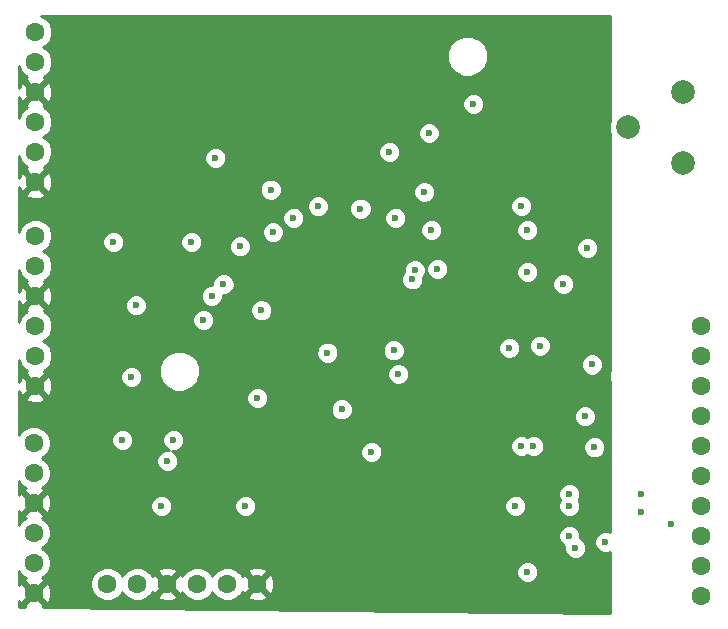
<source format=gbr>
G04 #@! TF.FileFunction,Copper,L3,Inr,Plane*
%FSLAX46Y46*%
G04 Gerber Fmt 4.6, Leading zero omitted, Abs format (unit mm)*
G04 Created by KiCad (PCBNEW 4.0.2-stable) date 1/25/2017 2:02:14 PM*
%MOMM*%
G01*
G04 APERTURE LIST*
%ADD10C,0.100000*%
%ADD11C,1.600000*%
%ADD12C,2.000000*%
%ADD13C,0.600000*%
%ADD14C,0.254000*%
G04 APERTURE END LIST*
D10*
D11*
X36068000Y-81788000D03*
X33528000Y-81788000D03*
X30988000Y-81788000D03*
X28448000Y-81788000D03*
X25908000Y-81788000D03*
X23368000Y-81788000D03*
D12*
X72136000Y-46132000D03*
X67436000Y-43132000D03*
X72136000Y-40132000D03*
D11*
X17272000Y-47752000D03*
X17272000Y-45212000D03*
X17272000Y-42672000D03*
X17272000Y-40132000D03*
X17272000Y-37592000D03*
X17272000Y-35052000D03*
X17272000Y-65024000D03*
X17272000Y-62484000D03*
X17272000Y-59944000D03*
X17272000Y-57404000D03*
X17272000Y-54864000D03*
X17272000Y-52324000D03*
X17145000Y-82550000D03*
X17145000Y-80010000D03*
X17145000Y-77470000D03*
X17145000Y-74930000D03*
X17145000Y-72390000D03*
X17145000Y-69850000D03*
X73660000Y-77724000D03*
X73660000Y-80264000D03*
X73660000Y-82804000D03*
X73660000Y-59944000D03*
X73660000Y-62484000D03*
X73660000Y-65024000D03*
X73660000Y-67564000D03*
X73660000Y-70104000D03*
X73660000Y-72644000D03*
X73660000Y-75184000D03*
D13*
X41000000Y-62000000D03*
X55800000Y-68800000D03*
X45400000Y-62800000D03*
X37084000Y-46228000D03*
X55880000Y-62992000D03*
X37200000Y-48400000D03*
X36400000Y-58600000D03*
X36068000Y-66040000D03*
X37400000Y-52000000D03*
X32512000Y-45720000D03*
X54356000Y-41148000D03*
X58420000Y-49784000D03*
X64008000Y-53340000D03*
X47244000Y-45212000D03*
X64400000Y-63200000D03*
X45720000Y-70612000D03*
X25400000Y-64262000D03*
X28448000Y-71374000D03*
X51308000Y-55118000D03*
X27940000Y-75184000D03*
X35052000Y-75184000D03*
X28956000Y-69596000D03*
X24638000Y-69596000D03*
X31496000Y-59436000D03*
X58928000Y-55372000D03*
X41200000Y-49800000D03*
X50200000Y-48600000D03*
X50600000Y-43600000D03*
X47752000Y-50800000D03*
X39116000Y-50800000D03*
X42000000Y-62200000D03*
X48000000Y-64000000D03*
X47600000Y-62000000D03*
X43200000Y-67000000D03*
X32200000Y-57400000D03*
X33200000Y-56388000D03*
X71120000Y-76708000D03*
X68580000Y-75692000D03*
X62484000Y-74168000D03*
X68580000Y-74168000D03*
X62992000Y-78740000D03*
X62484000Y-75184000D03*
X62484000Y-77724000D03*
X61976000Y-56388000D03*
X44800000Y-50000000D03*
X34600000Y-53200000D03*
X25800000Y-58200000D03*
X30480000Y-52832000D03*
X23876000Y-52832000D03*
X60000000Y-61600000D03*
X57400000Y-61800000D03*
X64600000Y-70200000D03*
X49200000Y-56000000D03*
X63800000Y-67600000D03*
X49400000Y-55200000D03*
X58928000Y-51816000D03*
X50800000Y-51816000D03*
X57912000Y-75184000D03*
X58420000Y-70104000D03*
X65532000Y-78232000D03*
X58928000Y-80772000D03*
X59436000Y-70104000D03*
D14*
G36*
X65913000Y-42536309D02*
X65801284Y-42805352D01*
X65800716Y-43455795D01*
X65913000Y-43727542D01*
X65913000Y-63738501D01*
X65865301Y-63853373D01*
X65864699Y-64543599D01*
X65913000Y-64660496D01*
X65913000Y-77377802D01*
X65718799Y-77297162D01*
X65346833Y-77296838D01*
X65003057Y-77438883D01*
X64739808Y-77701673D01*
X64597162Y-78045201D01*
X64596838Y-78417167D01*
X64738883Y-78760943D01*
X65001673Y-79024192D01*
X65345201Y-79166838D01*
X65717167Y-79167162D01*
X65913000Y-79086246D01*
X65913000Y-84199710D01*
X17925775Y-83714991D01*
X17973139Y-83557745D01*
X17145000Y-82729605D01*
X16316861Y-83557745D01*
X16359460Y-83699170D01*
X15875000Y-83694276D01*
X15875000Y-83265049D01*
X15891136Y-83304005D01*
X16137255Y-83378139D01*
X16965395Y-82550000D01*
X17324605Y-82550000D01*
X18152745Y-83378139D01*
X18398864Y-83304005D01*
X18591965Y-82766777D01*
X18564778Y-82196546D01*
X18513267Y-82072187D01*
X21932752Y-82072187D01*
X22150757Y-82599800D01*
X22554077Y-83003824D01*
X23081309Y-83222750D01*
X23652187Y-83223248D01*
X24179800Y-83005243D01*
X24583824Y-82601923D01*
X24637862Y-82471785D01*
X24690757Y-82599800D01*
X25094077Y-83003824D01*
X25621309Y-83222750D01*
X26192187Y-83223248D01*
X26719800Y-83005243D01*
X26929663Y-82795745D01*
X27619861Y-82795745D01*
X27693995Y-83041864D01*
X28231223Y-83234965D01*
X28801454Y-83207778D01*
X29202005Y-83041864D01*
X29276139Y-82795745D01*
X28448000Y-81967605D01*
X27619861Y-82795745D01*
X26929663Y-82795745D01*
X27123824Y-82601923D01*
X27171448Y-82487232D01*
X27194136Y-82542005D01*
X27440255Y-82616139D01*
X28268395Y-81788000D01*
X28627605Y-81788000D01*
X29455745Y-82616139D01*
X29701864Y-82542005D01*
X29722805Y-82483746D01*
X29770757Y-82599800D01*
X30174077Y-83003824D01*
X30701309Y-83222750D01*
X31272187Y-83223248D01*
X31799800Y-83005243D01*
X32203824Y-82601923D01*
X32257862Y-82471785D01*
X32310757Y-82599800D01*
X32714077Y-83003824D01*
X33241309Y-83222750D01*
X33812187Y-83223248D01*
X34339800Y-83005243D01*
X34549663Y-82795745D01*
X35239861Y-82795745D01*
X35313995Y-83041864D01*
X35851223Y-83234965D01*
X36421454Y-83207778D01*
X36822005Y-83041864D01*
X36896139Y-82795745D01*
X36068000Y-81967605D01*
X35239861Y-82795745D01*
X34549663Y-82795745D01*
X34743824Y-82601923D01*
X34791448Y-82487232D01*
X34814136Y-82542005D01*
X35060255Y-82616139D01*
X35888395Y-81788000D01*
X36247605Y-81788000D01*
X37075745Y-82616139D01*
X37321864Y-82542005D01*
X37514965Y-82004777D01*
X37487778Y-81434546D01*
X37321864Y-81033995D01*
X37075745Y-80959861D01*
X36247605Y-81788000D01*
X35888395Y-81788000D01*
X35060255Y-80959861D01*
X34814136Y-81033995D01*
X34793195Y-81092254D01*
X34745243Y-80976200D01*
X34549640Y-80780255D01*
X35239861Y-80780255D01*
X36068000Y-81608395D01*
X36719227Y-80957167D01*
X57992838Y-80957167D01*
X58134883Y-81300943D01*
X58397673Y-81564192D01*
X58741201Y-81706838D01*
X59113167Y-81707162D01*
X59456943Y-81565117D01*
X59720192Y-81302327D01*
X59862838Y-80958799D01*
X59863162Y-80586833D01*
X59721117Y-80243057D01*
X59458327Y-79979808D01*
X59114799Y-79837162D01*
X58742833Y-79836838D01*
X58399057Y-79978883D01*
X58135808Y-80241673D01*
X57993162Y-80585201D01*
X57992838Y-80957167D01*
X36719227Y-80957167D01*
X36896139Y-80780255D01*
X36822005Y-80534136D01*
X36284777Y-80341035D01*
X35714546Y-80368222D01*
X35313995Y-80534136D01*
X35239861Y-80780255D01*
X34549640Y-80780255D01*
X34341923Y-80572176D01*
X33814691Y-80353250D01*
X33243813Y-80352752D01*
X32716200Y-80570757D01*
X32312176Y-80974077D01*
X32258138Y-81104215D01*
X32205243Y-80976200D01*
X31801923Y-80572176D01*
X31274691Y-80353250D01*
X30703813Y-80352752D01*
X30176200Y-80570757D01*
X29772176Y-80974077D01*
X29724552Y-81088768D01*
X29701864Y-81033995D01*
X29455745Y-80959861D01*
X28627605Y-81788000D01*
X28268395Y-81788000D01*
X27440255Y-80959861D01*
X27194136Y-81033995D01*
X27173195Y-81092254D01*
X27125243Y-80976200D01*
X26929640Y-80780255D01*
X27619861Y-80780255D01*
X28448000Y-81608395D01*
X29276139Y-80780255D01*
X29202005Y-80534136D01*
X28664777Y-80341035D01*
X28094546Y-80368222D01*
X27693995Y-80534136D01*
X27619861Y-80780255D01*
X26929640Y-80780255D01*
X26721923Y-80572176D01*
X26194691Y-80353250D01*
X25623813Y-80352752D01*
X25096200Y-80570757D01*
X24692176Y-80974077D01*
X24638138Y-81104215D01*
X24585243Y-80976200D01*
X24181923Y-80572176D01*
X23654691Y-80353250D01*
X23083813Y-80352752D01*
X22556200Y-80570757D01*
X22152176Y-80974077D01*
X21933250Y-81501309D01*
X21932752Y-82072187D01*
X18513267Y-82072187D01*
X18398864Y-81795995D01*
X18152745Y-81721861D01*
X17324605Y-82550000D01*
X16965395Y-82550000D01*
X16137255Y-81721861D01*
X15891136Y-81795995D01*
X15875000Y-81840887D01*
X15875000Y-80694118D01*
X15927757Y-80821800D01*
X16331077Y-81225824D01*
X16445768Y-81273448D01*
X16390995Y-81296136D01*
X16316861Y-81542255D01*
X17145000Y-82370395D01*
X17973139Y-81542255D01*
X17899005Y-81296136D01*
X17840746Y-81275195D01*
X17956800Y-81227243D01*
X18360824Y-80823923D01*
X18579750Y-80296691D01*
X18580248Y-79725813D01*
X18362243Y-79198200D01*
X17958923Y-78794176D01*
X17828785Y-78740138D01*
X17956800Y-78687243D01*
X18360824Y-78283923D01*
X18516436Y-77909167D01*
X61548838Y-77909167D01*
X61690883Y-78252943D01*
X61953673Y-78516192D01*
X62057157Y-78559162D01*
X62056838Y-78925167D01*
X62198883Y-79268943D01*
X62461673Y-79532192D01*
X62805201Y-79674838D01*
X63177167Y-79675162D01*
X63520943Y-79533117D01*
X63784192Y-79270327D01*
X63926838Y-78926799D01*
X63927162Y-78554833D01*
X63785117Y-78211057D01*
X63522327Y-77947808D01*
X63418843Y-77904838D01*
X63419162Y-77538833D01*
X63277117Y-77195057D01*
X63014327Y-76931808D01*
X62670799Y-76789162D01*
X62298833Y-76788838D01*
X61955057Y-76930883D01*
X61691808Y-77193673D01*
X61549162Y-77537201D01*
X61548838Y-77909167D01*
X18516436Y-77909167D01*
X18579750Y-77756691D01*
X18580248Y-77185813D01*
X18362243Y-76658200D01*
X17958923Y-76254176D01*
X17844232Y-76206552D01*
X17899005Y-76183864D01*
X17973139Y-75937745D01*
X17145000Y-75109605D01*
X16316861Y-75937745D01*
X16390995Y-76183864D01*
X16449254Y-76204805D01*
X16333200Y-76252757D01*
X15929176Y-76656077D01*
X15875000Y-76786547D01*
X15875000Y-75645049D01*
X15891136Y-75684005D01*
X16137255Y-75758139D01*
X16965395Y-74930000D01*
X17324605Y-74930000D01*
X18152745Y-75758139D01*
X18398864Y-75684005D01*
X18512029Y-75369167D01*
X27004838Y-75369167D01*
X27146883Y-75712943D01*
X27409673Y-75976192D01*
X27753201Y-76118838D01*
X28125167Y-76119162D01*
X28468943Y-75977117D01*
X28732192Y-75714327D01*
X28874838Y-75370799D01*
X28874839Y-75369167D01*
X34116838Y-75369167D01*
X34258883Y-75712943D01*
X34521673Y-75976192D01*
X34865201Y-76118838D01*
X35237167Y-76119162D01*
X35580943Y-75977117D01*
X35844192Y-75714327D01*
X35986838Y-75370799D01*
X35986839Y-75369167D01*
X56976838Y-75369167D01*
X57118883Y-75712943D01*
X57381673Y-75976192D01*
X57725201Y-76118838D01*
X58097167Y-76119162D01*
X58440943Y-75977117D01*
X58704192Y-75714327D01*
X58846838Y-75370799D01*
X58847162Y-74998833D01*
X58705117Y-74655057D01*
X58442327Y-74391808D01*
X58349270Y-74353167D01*
X61548838Y-74353167D01*
X61682383Y-74676371D01*
X61549162Y-74997201D01*
X61548838Y-75369167D01*
X61690883Y-75712943D01*
X61953673Y-75976192D01*
X62297201Y-76118838D01*
X62669167Y-76119162D01*
X63012943Y-75977117D01*
X63276192Y-75714327D01*
X63418838Y-75370799D01*
X63419162Y-74998833D01*
X63285617Y-74675629D01*
X63418838Y-74354799D01*
X63419162Y-73982833D01*
X63277117Y-73639057D01*
X63014327Y-73375808D01*
X62670799Y-73233162D01*
X62298833Y-73232838D01*
X61955057Y-73374883D01*
X61691808Y-73637673D01*
X61549162Y-73981201D01*
X61548838Y-74353167D01*
X58349270Y-74353167D01*
X58098799Y-74249162D01*
X57726833Y-74248838D01*
X57383057Y-74390883D01*
X57119808Y-74653673D01*
X56977162Y-74997201D01*
X56976838Y-75369167D01*
X35986839Y-75369167D01*
X35987162Y-74998833D01*
X35845117Y-74655057D01*
X35582327Y-74391808D01*
X35238799Y-74249162D01*
X34866833Y-74248838D01*
X34523057Y-74390883D01*
X34259808Y-74653673D01*
X34117162Y-74997201D01*
X34116838Y-75369167D01*
X28874839Y-75369167D01*
X28875162Y-74998833D01*
X28733117Y-74655057D01*
X28470327Y-74391808D01*
X28126799Y-74249162D01*
X27754833Y-74248838D01*
X27411057Y-74390883D01*
X27147808Y-74653673D01*
X27005162Y-74997201D01*
X27004838Y-75369167D01*
X18512029Y-75369167D01*
X18591965Y-75146777D01*
X18564778Y-74576546D01*
X18398864Y-74175995D01*
X18152745Y-74101861D01*
X17324605Y-74930000D01*
X16965395Y-74930000D01*
X16137255Y-74101861D01*
X15891136Y-74175995D01*
X15875000Y-74220887D01*
X15875000Y-73074118D01*
X15927757Y-73201800D01*
X16331077Y-73605824D01*
X16445768Y-73653448D01*
X16390995Y-73676136D01*
X16316861Y-73922255D01*
X17145000Y-74750395D01*
X17973139Y-73922255D01*
X17899005Y-73676136D01*
X17840746Y-73655195D01*
X17956800Y-73607243D01*
X18360824Y-73203923D01*
X18579750Y-72676691D01*
X18580248Y-72105813D01*
X18362243Y-71578200D01*
X18343244Y-71559167D01*
X27512838Y-71559167D01*
X27654883Y-71902943D01*
X27917673Y-72166192D01*
X28261201Y-72308838D01*
X28633167Y-72309162D01*
X28976943Y-72167117D01*
X29240192Y-71904327D01*
X29382838Y-71560799D01*
X29383162Y-71188833D01*
X29241117Y-70845057D01*
X29193311Y-70797167D01*
X44784838Y-70797167D01*
X44926883Y-71140943D01*
X45189673Y-71404192D01*
X45533201Y-71546838D01*
X45905167Y-71547162D01*
X46248943Y-71405117D01*
X46512192Y-71142327D01*
X46654838Y-70798799D01*
X46655162Y-70426833D01*
X46598280Y-70289167D01*
X57484838Y-70289167D01*
X57626883Y-70632943D01*
X57889673Y-70896192D01*
X58233201Y-71038838D01*
X58605167Y-71039162D01*
X58928371Y-70905617D01*
X59249201Y-71038838D01*
X59621167Y-71039162D01*
X59964943Y-70897117D01*
X60228192Y-70634327D01*
X60331652Y-70385167D01*
X63664838Y-70385167D01*
X63806883Y-70728943D01*
X64069673Y-70992192D01*
X64413201Y-71134838D01*
X64785167Y-71135162D01*
X65128943Y-70993117D01*
X65392192Y-70730327D01*
X65534838Y-70386799D01*
X65535162Y-70014833D01*
X65393117Y-69671057D01*
X65130327Y-69407808D01*
X64786799Y-69265162D01*
X64414833Y-69264838D01*
X64071057Y-69406883D01*
X63807808Y-69669673D01*
X63665162Y-70013201D01*
X63664838Y-70385167D01*
X60331652Y-70385167D01*
X60370838Y-70290799D01*
X60371162Y-69918833D01*
X60229117Y-69575057D01*
X59966327Y-69311808D01*
X59622799Y-69169162D01*
X59250833Y-69168838D01*
X58927629Y-69302383D01*
X58606799Y-69169162D01*
X58234833Y-69168838D01*
X57891057Y-69310883D01*
X57627808Y-69573673D01*
X57485162Y-69917201D01*
X57484838Y-70289167D01*
X46598280Y-70289167D01*
X46513117Y-70083057D01*
X46250327Y-69819808D01*
X45906799Y-69677162D01*
X45534833Y-69676838D01*
X45191057Y-69818883D01*
X44927808Y-70081673D01*
X44785162Y-70425201D01*
X44784838Y-70797167D01*
X29193311Y-70797167D01*
X28978327Y-70581808D01*
X28855760Y-70530913D01*
X29141167Y-70531162D01*
X29484943Y-70389117D01*
X29748192Y-70126327D01*
X29890838Y-69782799D01*
X29891162Y-69410833D01*
X29749117Y-69067057D01*
X29486327Y-68803808D01*
X29142799Y-68661162D01*
X28770833Y-68660838D01*
X28427057Y-68802883D01*
X28163808Y-69065673D01*
X28021162Y-69409201D01*
X28020838Y-69781167D01*
X28162883Y-70124943D01*
X28425673Y-70388192D01*
X28548240Y-70439087D01*
X28262833Y-70438838D01*
X27919057Y-70580883D01*
X27655808Y-70843673D01*
X27513162Y-71187201D01*
X27512838Y-71559167D01*
X18343244Y-71559167D01*
X17958923Y-71174176D01*
X17828785Y-71120138D01*
X17956800Y-71067243D01*
X18360824Y-70663923D01*
X18579750Y-70136691D01*
X18580060Y-69781167D01*
X23702838Y-69781167D01*
X23844883Y-70124943D01*
X24107673Y-70388192D01*
X24451201Y-70530838D01*
X24823167Y-70531162D01*
X25166943Y-70389117D01*
X25430192Y-70126327D01*
X25572838Y-69782799D01*
X25573162Y-69410833D01*
X25431117Y-69067057D01*
X25168327Y-68803808D01*
X24824799Y-68661162D01*
X24452833Y-68660838D01*
X24109057Y-68802883D01*
X23845808Y-69065673D01*
X23703162Y-69409201D01*
X23702838Y-69781167D01*
X18580060Y-69781167D01*
X18580248Y-69565813D01*
X18362243Y-69038200D01*
X17958923Y-68634176D01*
X17431691Y-68415250D01*
X16860813Y-68414752D01*
X16333200Y-68632757D01*
X15929176Y-69036077D01*
X15875000Y-69166547D01*
X15875000Y-67185167D01*
X42264838Y-67185167D01*
X42406883Y-67528943D01*
X42669673Y-67792192D01*
X43013201Y-67934838D01*
X43385167Y-67935162D01*
X43728943Y-67793117D01*
X43736906Y-67785167D01*
X62864838Y-67785167D01*
X63006883Y-68128943D01*
X63269673Y-68392192D01*
X63613201Y-68534838D01*
X63985167Y-68535162D01*
X64328943Y-68393117D01*
X64592192Y-68130327D01*
X64734838Y-67786799D01*
X64735162Y-67414833D01*
X64593117Y-67071057D01*
X64330327Y-66807808D01*
X63986799Y-66665162D01*
X63614833Y-66664838D01*
X63271057Y-66806883D01*
X63007808Y-67069673D01*
X62865162Y-67413201D01*
X62864838Y-67785167D01*
X43736906Y-67785167D01*
X43992192Y-67530327D01*
X44134838Y-67186799D01*
X44135162Y-66814833D01*
X43993117Y-66471057D01*
X43730327Y-66207808D01*
X43386799Y-66065162D01*
X43014833Y-66064838D01*
X42671057Y-66206883D01*
X42407808Y-66469673D01*
X42265162Y-66813201D01*
X42264838Y-67185167D01*
X15875000Y-67185167D01*
X15875000Y-66031745D01*
X16443861Y-66031745D01*
X16517995Y-66277864D01*
X17055223Y-66470965D01*
X17625454Y-66443778D01*
X18026005Y-66277864D01*
X18041877Y-66225167D01*
X35132838Y-66225167D01*
X35274883Y-66568943D01*
X35537673Y-66832192D01*
X35881201Y-66974838D01*
X36253167Y-66975162D01*
X36596943Y-66833117D01*
X36860192Y-66570327D01*
X37002838Y-66226799D01*
X37003162Y-65854833D01*
X36861117Y-65511057D01*
X36598327Y-65247808D01*
X36254799Y-65105162D01*
X35882833Y-65104838D01*
X35539057Y-65246883D01*
X35275808Y-65509673D01*
X35133162Y-65853201D01*
X35132838Y-66225167D01*
X18041877Y-66225167D01*
X18100139Y-66031745D01*
X17272000Y-65203605D01*
X16443861Y-66031745D01*
X15875000Y-66031745D01*
X15875000Y-65432445D01*
X16018136Y-65778005D01*
X16264255Y-65852139D01*
X17092395Y-65024000D01*
X17451605Y-65024000D01*
X18279745Y-65852139D01*
X18525864Y-65778005D01*
X18718965Y-65240777D01*
X18691778Y-64670546D01*
X18599252Y-64447167D01*
X24464838Y-64447167D01*
X24606883Y-64790943D01*
X24869673Y-65054192D01*
X25213201Y-65196838D01*
X25585167Y-65197162D01*
X25928943Y-65055117D01*
X26192192Y-64792327D01*
X26334838Y-64448799D01*
X26335143Y-64097599D01*
X27728699Y-64097599D01*
X27992281Y-64735515D01*
X28479918Y-65224004D01*
X29117373Y-65488699D01*
X29807599Y-65489301D01*
X30445515Y-65225719D01*
X30934004Y-64738082D01*
X31163594Y-64185167D01*
X47064838Y-64185167D01*
X47206883Y-64528943D01*
X47469673Y-64792192D01*
X47813201Y-64934838D01*
X48185167Y-64935162D01*
X48528943Y-64793117D01*
X48792192Y-64530327D01*
X48934838Y-64186799D01*
X48935162Y-63814833D01*
X48793117Y-63471057D01*
X48707377Y-63385167D01*
X63464838Y-63385167D01*
X63606883Y-63728943D01*
X63869673Y-63992192D01*
X64213201Y-64134838D01*
X64585167Y-64135162D01*
X64928943Y-63993117D01*
X65192192Y-63730327D01*
X65334838Y-63386799D01*
X65335162Y-63014833D01*
X65193117Y-62671057D01*
X64930327Y-62407808D01*
X64586799Y-62265162D01*
X64214833Y-62264838D01*
X63871057Y-62406883D01*
X63607808Y-62669673D01*
X63465162Y-63013201D01*
X63464838Y-63385167D01*
X48707377Y-63385167D01*
X48530327Y-63207808D01*
X48186799Y-63065162D01*
X47814833Y-63064838D01*
X47471057Y-63206883D01*
X47207808Y-63469673D01*
X47065162Y-63813201D01*
X47064838Y-64185167D01*
X31163594Y-64185167D01*
X31198699Y-64100627D01*
X31199301Y-63410401D01*
X30935719Y-62772485D01*
X30549077Y-62385167D01*
X41064838Y-62385167D01*
X41206883Y-62728943D01*
X41469673Y-62992192D01*
X41813201Y-63134838D01*
X42185167Y-63135162D01*
X42528943Y-62993117D01*
X42792192Y-62730327D01*
X42934838Y-62386799D01*
X42935013Y-62185167D01*
X46664838Y-62185167D01*
X46806883Y-62528943D01*
X47069673Y-62792192D01*
X47413201Y-62934838D01*
X47785167Y-62935162D01*
X48128943Y-62793117D01*
X48392192Y-62530327D01*
X48534838Y-62186799D01*
X48535013Y-61985167D01*
X56464838Y-61985167D01*
X56606883Y-62328943D01*
X56869673Y-62592192D01*
X57213201Y-62734838D01*
X57585167Y-62735162D01*
X57928943Y-62593117D01*
X58192192Y-62330327D01*
X58334838Y-61986799D01*
X58335013Y-61785167D01*
X59064838Y-61785167D01*
X59206883Y-62128943D01*
X59469673Y-62392192D01*
X59813201Y-62534838D01*
X60185167Y-62535162D01*
X60528943Y-62393117D01*
X60792192Y-62130327D01*
X60934838Y-61786799D01*
X60935162Y-61414833D01*
X60793117Y-61071057D01*
X60530327Y-60807808D01*
X60186799Y-60665162D01*
X59814833Y-60664838D01*
X59471057Y-60806883D01*
X59207808Y-61069673D01*
X59065162Y-61413201D01*
X59064838Y-61785167D01*
X58335013Y-61785167D01*
X58335162Y-61614833D01*
X58193117Y-61271057D01*
X57930327Y-61007808D01*
X57586799Y-60865162D01*
X57214833Y-60864838D01*
X56871057Y-61006883D01*
X56607808Y-61269673D01*
X56465162Y-61613201D01*
X56464838Y-61985167D01*
X48535013Y-61985167D01*
X48535162Y-61814833D01*
X48393117Y-61471057D01*
X48130327Y-61207808D01*
X47786799Y-61065162D01*
X47414833Y-61064838D01*
X47071057Y-61206883D01*
X46807808Y-61469673D01*
X46665162Y-61813201D01*
X46664838Y-62185167D01*
X42935013Y-62185167D01*
X42935162Y-62014833D01*
X42793117Y-61671057D01*
X42530327Y-61407808D01*
X42186799Y-61265162D01*
X41814833Y-61264838D01*
X41471057Y-61406883D01*
X41207808Y-61669673D01*
X41065162Y-62013201D01*
X41064838Y-62385167D01*
X30549077Y-62385167D01*
X30448082Y-62283996D01*
X29810627Y-62019301D01*
X29120401Y-62018699D01*
X28482485Y-62282281D01*
X27993996Y-62769918D01*
X27729301Y-63407373D01*
X27728699Y-64097599D01*
X26335143Y-64097599D01*
X26335162Y-64076833D01*
X26193117Y-63733057D01*
X25930327Y-63469808D01*
X25586799Y-63327162D01*
X25214833Y-63326838D01*
X24871057Y-63468883D01*
X24607808Y-63731673D01*
X24465162Y-64075201D01*
X24464838Y-64447167D01*
X18599252Y-64447167D01*
X18525864Y-64269995D01*
X18279745Y-64195861D01*
X17451605Y-65024000D01*
X17092395Y-65024000D01*
X16264255Y-64195861D01*
X16018136Y-64269995D01*
X15875000Y-64668215D01*
X15875000Y-62860754D01*
X16054757Y-63295800D01*
X16458077Y-63699824D01*
X16572768Y-63747448D01*
X16517995Y-63770136D01*
X16443861Y-64016255D01*
X17272000Y-64844395D01*
X18100139Y-64016255D01*
X18026005Y-63770136D01*
X17967746Y-63749195D01*
X18083800Y-63701243D01*
X18487824Y-63297923D01*
X18706750Y-62770691D01*
X18707248Y-62199813D01*
X18489243Y-61672200D01*
X18085923Y-61268176D01*
X17955785Y-61214138D01*
X18083800Y-61161243D01*
X18487824Y-60757923D01*
X18706750Y-60230691D01*
X18707248Y-59659813D01*
X18691280Y-59621167D01*
X30560838Y-59621167D01*
X30702883Y-59964943D01*
X30965673Y-60228192D01*
X31309201Y-60370838D01*
X31681167Y-60371162D01*
X32024943Y-60229117D01*
X32288192Y-59966327D01*
X32430838Y-59622799D01*
X32431162Y-59250833D01*
X32289117Y-58907057D01*
X32167440Y-58785167D01*
X35464838Y-58785167D01*
X35606883Y-59128943D01*
X35869673Y-59392192D01*
X36213201Y-59534838D01*
X36585167Y-59535162D01*
X36928943Y-59393117D01*
X37192192Y-59130327D01*
X37334838Y-58786799D01*
X37335162Y-58414833D01*
X37193117Y-58071057D01*
X36930327Y-57807808D01*
X36586799Y-57665162D01*
X36214833Y-57664838D01*
X35871057Y-57806883D01*
X35607808Y-58069673D01*
X35465162Y-58413201D01*
X35464838Y-58785167D01*
X32167440Y-58785167D01*
X32026327Y-58643808D01*
X31682799Y-58501162D01*
X31310833Y-58500838D01*
X30967057Y-58642883D01*
X30703808Y-58905673D01*
X30561162Y-59249201D01*
X30560838Y-59621167D01*
X18691280Y-59621167D01*
X18489243Y-59132200D01*
X18085923Y-58728176D01*
X17971232Y-58680552D01*
X18026005Y-58657864D01*
X18100139Y-58411745D01*
X18073562Y-58385167D01*
X24864838Y-58385167D01*
X25006883Y-58728943D01*
X25269673Y-58992192D01*
X25613201Y-59134838D01*
X25985167Y-59135162D01*
X26328943Y-58993117D01*
X26592192Y-58730327D01*
X26734838Y-58386799D01*
X26735162Y-58014833D01*
X26593117Y-57671057D01*
X26507377Y-57585167D01*
X31264838Y-57585167D01*
X31406883Y-57928943D01*
X31669673Y-58192192D01*
X32013201Y-58334838D01*
X32385167Y-58335162D01*
X32728943Y-58193117D01*
X32992192Y-57930327D01*
X33134838Y-57586799D01*
X33135068Y-57322944D01*
X33385167Y-57323162D01*
X33728943Y-57181117D01*
X33992192Y-56918327D01*
X34134838Y-56574799D01*
X34135162Y-56202833D01*
X34127863Y-56185167D01*
X48264838Y-56185167D01*
X48406883Y-56528943D01*
X48669673Y-56792192D01*
X49013201Y-56934838D01*
X49385167Y-56935162D01*
X49728943Y-56793117D01*
X49949277Y-56573167D01*
X61040838Y-56573167D01*
X61182883Y-56916943D01*
X61445673Y-57180192D01*
X61789201Y-57322838D01*
X62161167Y-57323162D01*
X62504943Y-57181117D01*
X62768192Y-56918327D01*
X62910838Y-56574799D01*
X62911162Y-56202833D01*
X62769117Y-55859057D01*
X62506327Y-55595808D01*
X62162799Y-55453162D01*
X61790833Y-55452838D01*
X61447057Y-55594883D01*
X61183808Y-55857673D01*
X61041162Y-56201201D01*
X61040838Y-56573167D01*
X49949277Y-56573167D01*
X49992192Y-56530327D01*
X50134838Y-56186799D01*
X50135162Y-55814833D01*
X50127095Y-55795310D01*
X50192192Y-55730327D01*
X50334838Y-55386799D01*
X50334910Y-55303167D01*
X50372838Y-55303167D01*
X50514883Y-55646943D01*
X50777673Y-55910192D01*
X51121201Y-56052838D01*
X51493167Y-56053162D01*
X51836943Y-55911117D01*
X52100192Y-55648327D01*
X52138045Y-55557167D01*
X57992838Y-55557167D01*
X58134883Y-55900943D01*
X58397673Y-56164192D01*
X58741201Y-56306838D01*
X59113167Y-56307162D01*
X59456943Y-56165117D01*
X59720192Y-55902327D01*
X59862838Y-55558799D01*
X59863162Y-55186833D01*
X59721117Y-54843057D01*
X59458327Y-54579808D01*
X59114799Y-54437162D01*
X58742833Y-54436838D01*
X58399057Y-54578883D01*
X58135808Y-54841673D01*
X57993162Y-55185201D01*
X57992838Y-55557167D01*
X52138045Y-55557167D01*
X52242838Y-55304799D01*
X52243162Y-54932833D01*
X52101117Y-54589057D01*
X51838327Y-54325808D01*
X51494799Y-54183162D01*
X51122833Y-54182838D01*
X50779057Y-54324883D01*
X50515808Y-54587673D01*
X50373162Y-54931201D01*
X50372838Y-55303167D01*
X50334910Y-55303167D01*
X50335162Y-55014833D01*
X50193117Y-54671057D01*
X49930327Y-54407808D01*
X49586799Y-54265162D01*
X49214833Y-54264838D01*
X48871057Y-54406883D01*
X48607808Y-54669673D01*
X48465162Y-55013201D01*
X48464838Y-55385167D01*
X48472905Y-55404690D01*
X48407808Y-55469673D01*
X48265162Y-55813201D01*
X48264838Y-56185167D01*
X34127863Y-56185167D01*
X33993117Y-55859057D01*
X33730327Y-55595808D01*
X33386799Y-55453162D01*
X33014833Y-55452838D01*
X32671057Y-55594883D01*
X32407808Y-55857673D01*
X32265162Y-56201201D01*
X32264932Y-56465056D01*
X32014833Y-56464838D01*
X31671057Y-56606883D01*
X31407808Y-56869673D01*
X31265162Y-57213201D01*
X31264838Y-57585167D01*
X26507377Y-57585167D01*
X26330327Y-57407808D01*
X25986799Y-57265162D01*
X25614833Y-57264838D01*
X25271057Y-57406883D01*
X25007808Y-57669673D01*
X24865162Y-58013201D01*
X24864838Y-58385167D01*
X18073562Y-58385167D01*
X17272000Y-57583605D01*
X16443861Y-58411745D01*
X16517995Y-58657864D01*
X16576254Y-58678805D01*
X16460200Y-58726757D01*
X16056176Y-59130077D01*
X15875000Y-59566397D01*
X15875000Y-57812445D01*
X16018136Y-58158005D01*
X16264255Y-58232139D01*
X17092395Y-57404000D01*
X17451605Y-57404000D01*
X18279745Y-58232139D01*
X18525864Y-58158005D01*
X18718965Y-57620777D01*
X18691778Y-57050546D01*
X18525864Y-56649995D01*
X18279745Y-56575861D01*
X17451605Y-57404000D01*
X17092395Y-57404000D01*
X16264255Y-56575861D01*
X16018136Y-56649995D01*
X15875000Y-57048215D01*
X15875000Y-55240754D01*
X16054757Y-55675800D01*
X16458077Y-56079824D01*
X16572768Y-56127448D01*
X16517995Y-56150136D01*
X16443861Y-56396255D01*
X17272000Y-57224395D01*
X18100139Y-56396255D01*
X18026005Y-56150136D01*
X17967746Y-56129195D01*
X18083800Y-56081243D01*
X18487824Y-55677923D01*
X18706750Y-55150691D01*
X18707248Y-54579813D01*
X18489243Y-54052200D01*
X18085923Y-53648176D01*
X17955785Y-53594138D01*
X18083800Y-53541243D01*
X18487824Y-53137923D01*
X18537966Y-53017167D01*
X22940838Y-53017167D01*
X23082883Y-53360943D01*
X23345673Y-53624192D01*
X23689201Y-53766838D01*
X24061167Y-53767162D01*
X24404943Y-53625117D01*
X24668192Y-53362327D01*
X24810838Y-53018799D01*
X24810839Y-53017167D01*
X29544838Y-53017167D01*
X29686883Y-53360943D01*
X29949673Y-53624192D01*
X30293201Y-53766838D01*
X30665167Y-53767162D01*
X31008943Y-53625117D01*
X31249312Y-53385167D01*
X33664838Y-53385167D01*
X33806883Y-53728943D01*
X34069673Y-53992192D01*
X34413201Y-54134838D01*
X34785167Y-54135162D01*
X35128943Y-53993117D01*
X35392192Y-53730327D01*
X35477382Y-53525167D01*
X63072838Y-53525167D01*
X63214883Y-53868943D01*
X63477673Y-54132192D01*
X63821201Y-54274838D01*
X64193167Y-54275162D01*
X64536943Y-54133117D01*
X64800192Y-53870327D01*
X64942838Y-53526799D01*
X64943162Y-53154833D01*
X64801117Y-52811057D01*
X64538327Y-52547808D01*
X64194799Y-52405162D01*
X63822833Y-52404838D01*
X63479057Y-52546883D01*
X63215808Y-52809673D01*
X63073162Y-53153201D01*
X63072838Y-53525167D01*
X35477382Y-53525167D01*
X35534838Y-53386799D01*
X35535162Y-53014833D01*
X35393117Y-52671057D01*
X35130327Y-52407808D01*
X34786799Y-52265162D01*
X34414833Y-52264838D01*
X34071057Y-52406883D01*
X33807808Y-52669673D01*
X33665162Y-53013201D01*
X33664838Y-53385167D01*
X31249312Y-53385167D01*
X31272192Y-53362327D01*
X31414838Y-53018799D01*
X31415162Y-52646833D01*
X31273117Y-52303057D01*
X31155433Y-52185167D01*
X36464838Y-52185167D01*
X36606883Y-52528943D01*
X36869673Y-52792192D01*
X37213201Y-52934838D01*
X37585167Y-52935162D01*
X37928943Y-52793117D01*
X38192192Y-52530327D01*
X38334838Y-52186799D01*
X38334999Y-52001167D01*
X49864838Y-52001167D01*
X50006883Y-52344943D01*
X50269673Y-52608192D01*
X50613201Y-52750838D01*
X50985167Y-52751162D01*
X51328943Y-52609117D01*
X51592192Y-52346327D01*
X51734838Y-52002799D01*
X51734839Y-52001167D01*
X57992838Y-52001167D01*
X58134883Y-52344943D01*
X58397673Y-52608192D01*
X58741201Y-52750838D01*
X59113167Y-52751162D01*
X59456943Y-52609117D01*
X59720192Y-52346327D01*
X59862838Y-52002799D01*
X59863162Y-51630833D01*
X59721117Y-51287057D01*
X59458327Y-51023808D01*
X59114799Y-50881162D01*
X58742833Y-50880838D01*
X58399057Y-51022883D01*
X58135808Y-51285673D01*
X57993162Y-51629201D01*
X57992838Y-52001167D01*
X51734839Y-52001167D01*
X51735162Y-51630833D01*
X51593117Y-51287057D01*
X51330327Y-51023808D01*
X50986799Y-50881162D01*
X50614833Y-50880838D01*
X50271057Y-51022883D01*
X50007808Y-51285673D01*
X49865162Y-51629201D01*
X49864838Y-52001167D01*
X38334999Y-52001167D01*
X38335162Y-51814833D01*
X38193117Y-51471057D01*
X37930327Y-51207808D01*
X37586799Y-51065162D01*
X37214833Y-51064838D01*
X36871057Y-51206883D01*
X36607808Y-51469673D01*
X36465162Y-51813201D01*
X36464838Y-52185167D01*
X31155433Y-52185167D01*
X31010327Y-52039808D01*
X30666799Y-51897162D01*
X30294833Y-51896838D01*
X29951057Y-52038883D01*
X29687808Y-52301673D01*
X29545162Y-52645201D01*
X29544838Y-53017167D01*
X24810839Y-53017167D01*
X24811162Y-52646833D01*
X24669117Y-52303057D01*
X24406327Y-52039808D01*
X24062799Y-51897162D01*
X23690833Y-51896838D01*
X23347057Y-52038883D01*
X23083808Y-52301673D01*
X22941162Y-52645201D01*
X22940838Y-53017167D01*
X18537966Y-53017167D01*
X18706750Y-52610691D01*
X18707248Y-52039813D01*
X18489243Y-51512200D01*
X18085923Y-51108176D01*
X17789685Y-50985167D01*
X38180838Y-50985167D01*
X38322883Y-51328943D01*
X38585673Y-51592192D01*
X38929201Y-51734838D01*
X39301167Y-51735162D01*
X39644943Y-51593117D01*
X39908192Y-51330327D01*
X40050838Y-50986799D01*
X40050839Y-50985167D01*
X46816838Y-50985167D01*
X46958883Y-51328943D01*
X47221673Y-51592192D01*
X47565201Y-51734838D01*
X47937167Y-51735162D01*
X48280943Y-51593117D01*
X48544192Y-51330327D01*
X48686838Y-50986799D01*
X48687162Y-50614833D01*
X48545117Y-50271057D01*
X48282327Y-50007808D01*
X48189270Y-49969167D01*
X57484838Y-49969167D01*
X57626883Y-50312943D01*
X57889673Y-50576192D01*
X58233201Y-50718838D01*
X58605167Y-50719162D01*
X58948943Y-50577117D01*
X59212192Y-50314327D01*
X59354838Y-49970799D01*
X59355162Y-49598833D01*
X59213117Y-49255057D01*
X58950327Y-48991808D01*
X58606799Y-48849162D01*
X58234833Y-48848838D01*
X57891057Y-48990883D01*
X57627808Y-49253673D01*
X57485162Y-49597201D01*
X57484838Y-49969167D01*
X48189270Y-49969167D01*
X47938799Y-49865162D01*
X47566833Y-49864838D01*
X47223057Y-50006883D01*
X46959808Y-50269673D01*
X46817162Y-50613201D01*
X46816838Y-50985167D01*
X40050839Y-50985167D01*
X40051162Y-50614833D01*
X39909117Y-50271057D01*
X39646327Y-50007808D01*
X39591802Y-49985167D01*
X40264838Y-49985167D01*
X40406883Y-50328943D01*
X40669673Y-50592192D01*
X41013201Y-50734838D01*
X41385167Y-50735162D01*
X41728943Y-50593117D01*
X41992192Y-50330327D01*
X42052467Y-50185167D01*
X43864838Y-50185167D01*
X44006883Y-50528943D01*
X44269673Y-50792192D01*
X44613201Y-50934838D01*
X44985167Y-50935162D01*
X45328943Y-50793117D01*
X45592192Y-50530327D01*
X45734838Y-50186799D01*
X45735162Y-49814833D01*
X45593117Y-49471057D01*
X45330327Y-49207808D01*
X44986799Y-49065162D01*
X44614833Y-49064838D01*
X44271057Y-49206883D01*
X44007808Y-49469673D01*
X43865162Y-49813201D01*
X43864838Y-50185167D01*
X42052467Y-50185167D01*
X42134838Y-49986799D01*
X42135162Y-49614833D01*
X41993117Y-49271057D01*
X41730327Y-49007808D01*
X41386799Y-48865162D01*
X41014833Y-48864838D01*
X40671057Y-49006883D01*
X40407808Y-49269673D01*
X40265162Y-49613201D01*
X40264838Y-49985167D01*
X39591802Y-49985167D01*
X39302799Y-49865162D01*
X38930833Y-49864838D01*
X38587057Y-50006883D01*
X38323808Y-50269673D01*
X38181162Y-50613201D01*
X38180838Y-50985167D01*
X17789685Y-50985167D01*
X17558691Y-50889250D01*
X16987813Y-50888752D01*
X16460200Y-51106757D01*
X16056176Y-51510077D01*
X15875000Y-51946397D01*
X15875000Y-48759745D01*
X16443861Y-48759745D01*
X16517995Y-49005864D01*
X17055223Y-49198965D01*
X17625454Y-49171778D01*
X18026005Y-49005864D01*
X18100139Y-48759745D01*
X17925562Y-48585167D01*
X36264838Y-48585167D01*
X36406883Y-48928943D01*
X36669673Y-49192192D01*
X37013201Y-49334838D01*
X37385167Y-49335162D01*
X37728943Y-49193117D01*
X37992192Y-48930327D01*
X38052467Y-48785167D01*
X49264838Y-48785167D01*
X49406883Y-49128943D01*
X49669673Y-49392192D01*
X50013201Y-49534838D01*
X50385167Y-49535162D01*
X50728943Y-49393117D01*
X50992192Y-49130327D01*
X51134838Y-48786799D01*
X51135162Y-48414833D01*
X50993117Y-48071057D01*
X50730327Y-47807808D01*
X50386799Y-47665162D01*
X50014833Y-47664838D01*
X49671057Y-47806883D01*
X49407808Y-48069673D01*
X49265162Y-48413201D01*
X49264838Y-48785167D01*
X38052467Y-48785167D01*
X38134838Y-48586799D01*
X38135162Y-48214833D01*
X37993117Y-47871057D01*
X37730327Y-47607808D01*
X37386799Y-47465162D01*
X37014833Y-47464838D01*
X36671057Y-47606883D01*
X36407808Y-47869673D01*
X36265162Y-48213201D01*
X36264838Y-48585167D01*
X17925562Y-48585167D01*
X17272000Y-47931605D01*
X16443861Y-48759745D01*
X15875000Y-48759745D01*
X15875000Y-48160445D01*
X16018136Y-48506005D01*
X16264255Y-48580139D01*
X17092395Y-47752000D01*
X17451605Y-47752000D01*
X18279745Y-48580139D01*
X18525864Y-48506005D01*
X18718965Y-47968777D01*
X18691778Y-47398546D01*
X18525864Y-46997995D01*
X18279745Y-46923861D01*
X17451605Y-47752000D01*
X17092395Y-47752000D01*
X16264255Y-46923861D01*
X16018136Y-46997995D01*
X15875000Y-47396215D01*
X15875000Y-45588754D01*
X16054757Y-46023800D01*
X16458077Y-46427824D01*
X16572768Y-46475448D01*
X16517995Y-46498136D01*
X16443861Y-46744255D01*
X17272000Y-47572395D01*
X18100139Y-46744255D01*
X18026005Y-46498136D01*
X17967746Y-46477195D01*
X18083800Y-46429243D01*
X18487824Y-46025923D01*
X18537966Y-45905167D01*
X31576838Y-45905167D01*
X31718883Y-46248943D01*
X31981673Y-46512192D01*
X32325201Y-46654838D01*
X32697167Y-46655162D01*
X33040943Y-46513117D01*
X33304192Y-46250327D01*
X33446838Y-45906799D01*
X33447162Y-45534833D01*
X33390280Y-45397167D01*
X46308838Y-45397167D01*
X46450883Y-45740943D01*
X46713673Y-46004192D01*
X47057201Y-46146838D01*
X47429167Y-46147162D01*
X47772943Y-46005117D01*
X48036192Y-45742327D01*
X48178838Y-45398799D01*
X48179162Y-45026833D01*
X48037117Y-44683057D01*
X47774327Y-44419808D01*
X47430799Y-44277162D01*
X47058833Y-44276838D01*
X46715057Y-44418883D01*
X46451808Y-44681673D01*
X46309162Y-45025201D01*
X46308838Y-45397167D01*
X33390280Y-45397167D01*
X33305117Y-45191057D01*
X33042327Y-44927808D01*
X32698799Y-44785162D01*
X32326833Y-44784838D01*
X31983057Y-44926883D01*
X31719808Y-45189673D01*
X31577162Y-45533201D01*
X31576838Y-45905167D01*
X18537966Y-45905167D01*
X18706750Y-45498691D01*
X18707248Y-44927813D01*
X18489243Y-44400200D01*
X18085923Y-43996176D01*
X17955785Y-43942138D01*
X18083800Y-43889243D01*
X18188057Y-43785167D01*
X49664838Y-43785167D01*
X49806883Y-44128943D01*
X50069673Y-44392192D01*
X50413201Y-44534838D01*
X50785167Y-44535162D01*
X51128943Y-44393117D01*
X51392192Y-44130327D01*
X51534838Y-43786799D01*
X51535162Y-43414833D01*
X51393117Y-43071057D01*
X51130327Y-42807808D01*
X50786799Y-42665162D01*
X50414833Y-42664838D01*
X50071057Y-42806883D01*
X49807808Y-43069673D01*
X49665162Y-43413201D01*
X49664838Y-43785167D01*
X18188057Y-43785167D01*
X18487824Y-43485923D01*
X18706750Y-42958691D01*
X18707248Y-42387813D01*
X18489243Y-41860200D01*
X18085923Y-41456176D01*
X17971232Y-41408552D01*
X18026005Y-41385864D01*
X18041877Y-41333167D01*
X53420838Y-41333167D01*
X53562883Y-41676943D01*
X53825673Y-41940192D01*
X54169201Y-42082838D01*
X54541167Y-42083162D01*
X54884943Y-41941117D01*
X55148192Y-41678327D01*
X55290838Y-41334799D01*
X55291162Y-40962833D01*
X55149117Y-40619057D01*
X54886327Y-40355808D01*
X54542799Y-40213162D01*
X54170833Y-40212838D01*
X53827057Y-40354883D01*
X53563808Y-40617673D01*
X53421162Y-40961201D01*
X53420838Y-41333167D01*
X18041877Y-41333167D01*
X18100139Y-41139745D01*
X17272000Y-40311605D01*
X16443861Y-41139745D01*
X16517995Y-41385864D01*
X16576254Y-41406805D01*
X16460200Y-41454757D01*
X16056176Y-41858077D01*
X15875000Y-42294397D01*
X15875000Y-40540445D01*
X16018136Y-40886005D01*
X16264255Y-40960139D01*
X17092395Y-40132000D01*
X17451605Y-40132000D01*
X18279745Y-40960139D01*
X18525864Y-40886005D01*
X18718965Y-40348777D01*
X18691778Y-39778546D01*
X18525864Y-39377995D01*
X18279745Y-39303861D01*
X17451605Y-40132000D01*
X17092395Y-40132000D01*
X16264255Y-39303861D01*
X16018136Y-39377995D01*
X15875000Y-39776215D01*
X15875000Y-37968754D01*
X16054757Y-38403800D01*
X16458077Y-38807824D01*
X16572768Y-38855448D01*
X16517995Y-38878136D01*
X16443861Y-39124255D01*
X17272000Y-39952395D01*
X18100139Y-39124255D01*
X18026005Y-38878136D01*
X17967746Y-38857195D01*
X18083800Y-38809243D01*
X18487824Y-38405923D01*
X18706750Y-37878691D01*
X18707143Y-37427599D01*
X52112699Y-37427599D01*
X52376281Y-38065515D01*
X52863918Y-38554004D01*
X53501373Y-38818699D01*
X54191599Y-38819301D01*
X54829515Y-38555719D01*
X55318004Y-38068082D01*
X55582699Y-37430627D01*
X55583301Y-36740401D01*
X55319719Y-36102485D01*
X54832082Y-35613996D01*
X54194627Y-35349301D01*
X53504401Y-35348699D01*
X52866485Y-35612281D01*
X52377996Y-36099918D01*
X52113301Y-36737373D01*
X52112699Y-37427599D01*
X18707143Y-37427599D01*
X18707248Y-37307813D01*
X18489243Y-36780200D01*
X18085923Y-36376176D01*
X17955785Y-36322138D01*
X18083800Y-36269243D01*
X18487824Y-35865923D01*
X18706750Y-35338691D01*
X18707248Y-34767813D01*
X18489243Y-34240200D01*
X18085923Y-33836176D01*
X17770016Y-33705000D01*
X65913000Y-33705000D01*
X65913000Y-42536309D01*
X65913000Y-42536309D01*
G37*
X65913000Y-42536309D02*
X65801284Y-42805352D01*
X65800716Y-43455795D01*
X65913000Y-43727542D01*
X65913000Y-63738501D01*
X65865301Y-63853373D01*
X65864699Y-64543599D01*
X65913000Y-64660496D01*
X65913000Y-77377802D01*
X65718799Y-77297162D01*
X65346833Y-77296838D01*
X65003057Y-77438883D01*
X64739808Y-77701673D01*
X64597162Y-78045201D01*
X64596838Y-78417167D01*
X64738883Y-78760943D01*
X65001673Y-79024192D01*
X65345201Y-79166838D01*
X65717167Y-79167162D01*
X65913000Y-79086246D01*
X65913000Y-84199710D01*
X17925775Y-83714991D01*
X17973139Y-83557745D01*
X17145000Y-82729605D01*
X16316861Y-83557745D01*
X16359460Y-83699170D01*
X15875000Y-83694276D01*
X15875000Y-83265049D01*
X15891136Y-83304005D01*
X16137255Y-83378139D01*
X16965395Y-82550000D01*
X17324605Y-82550000D01*
X18152745Y-83378139D01*
X18398864Y-83304005D01*
X18591965Y-82766777D01*
X18564778Y-82196546D01*
X18513267Y-82072187D01*
X21932752Y-82072187D01*
X22150757Y-82599800D01*
X22554077Y-83003824D01*
X23081309Y-83222750D01*
X23652187Y-83223248D01*
X24179800Y-83005243D01*
X24583824Y-82601923D01*
X24637862Y-82471785D01*
X24690757Y-82599800D01*
X25094077Y-83003824D01*
X25621309Y-83222750D01*
X26192187Y-83223248D01*
X26719800Y-83005243D01*
X26929663Y-82795745D01*
X27619861Y-82795745D01*
X27693995Y-83041864D01*
X28231223Y-83234965D01*
X28801454Y-83207778D01*
X29202005Y-83041864D01*
X29276139Y-82795745D01*
X28448000Y-81967605D01*
X27619861Y-82795745D01*
X26929663Y-82795745D01*
X27123824Y-82601923D01*
X27171448Y-82487232D01*
X27194136Y-82542005D01*
X27440255Y-82616139D01*
X28268395Y-81788000D01*
X28627605Y-81788000D01*
X29455745Y-82616139D01*
X29701864Y-82542005D01*
X29722805Y-82483746D01*
X29770757Y-82599800D01*
X30174077Y-83003824D01*
X30701309Y-83222750D01*
X31272187Y-83223248D01*
X31799800Y-83005243D01*
X32203824Y-82601923D01*
X32257862Y-82471785D01*
X32310757Y-82599800D01*
X32714077Y-83003824D01*
X33241309Y-83222750D01*
X33812187Y-83223248D01*
X34339800Y-83005243D01*
X34549663Y-82795745D01*
X35239861Y-82795745D01*
X35313995Y-83041864D01*
X35851223Y-83234965D01*
X36421454Y-83207778D01*
X36822005Y-83041864D01*
X36896139Y-82795745D01*
X36068000Y-81967605D01*
X35239861Y-82795745D01*
X34549663Y-82795745D01*
X34743824Y-82601923D01*
X34791448Y-82487232D01*
X34814136Y-82542005D01*
X35060255Y-82616139D01*
X35888395Y-81788000D01*
X36247605Y-81788000D01*
X37075745Y-82616139D01*
X37321864Y-82542005D01*
X37514965Y-82004777D01*
X37487778Y-81434546D01*
X37321864Y-81033995D01*
X37075745Y-80959861D01*
X36247605Y-81788000D01*
X35888395Y-81788000D01*
X35060255Y-80959861D01*
X34814136Y-81033995D01*
X34793195Y-81092254D01*
X34745243Y-80976200D01*
X34549640Y-80780255D01*
X35239861Y-80780255D01*
X36068000Y-81608395D01*
X36719227Y-80957167D01*
X57992838Y-80957167D01*
X58134883Y-81300943D01*
X58397673Y-81564192D01*
X58741201Y-81706838D01*
X59113167Y-81707162D01*
X59456943Y-81565117D01*
X59720192Y-81302327D01*
X59862838Y-80958799D01*
X59863162Y-80586833D01*
X59721117Y-80243057D01*
X59458327Y-79979808D01*
X59114799Y-79837162D01*
X58742833Y-79836838D01*
X58399057Y-79978883D01*
X58135808Y-80241673D01*
X57993162Y-80585201D01*
X57992838Y-80957167D01*
X36719227Y-80957167D01*
X36896139Y-80780255D01*
X36822005Y-80534136D01*
X36284777Y-80341035D01*
X35714546Y-80368222D01*
X35313995Y-80534136D01*
X35239861Y-80780255D01*
X34549640Y-80780255D01*
X34341923Y-80572176D01*
X33814691Y-80353250D01*
X33243813Y-80352752D01*
X32716200Y-80570757D01*
X32312176Y-80974077D01*
X32258138Y-81104215D01*
X32205243Y-80976200D01*
X31801923Y-80572176D01*
X31274691Y-80353250D01*
X30703813Y-80352752D01*
X30176200Y-80570757D01*
X29772176Y-80974077D01*
X29724552Y-81088768D01*
X29701864Y-81033995D01*
X29455745Y-80959861D01*
X28627605Y-81788000D01*
X28268395Y-81788000D01*
X27440255Y-80959861D01*
X27194136Y-81033995D01*
X27173195Y-81092254D01*
X27125243Y-80976200D01*
X26929640Y-80780255D01*
X27619861Y-80780255D01*
X28448000Y-81608395D01*
X29276139Y-80780255D01*
X29202005Y-80534136D01*
X28664777Y-80341035D01*
X28094546Y-80368222D01*
X27693995Y-80534136D01*
X27619861Y-80780255D01*
X26929640Y-80780255D01*
X26721923Y-80572176D01*
X26194691Y-80353250D01*
X25623813Y-80352752D01*
X25096200Y-80570757D01*
X24692176Y-80974077D01*
X24638138Y-81104215D01*
X24585243Y-80976200D01*
X24181923Y-80572176D01*
X23654691Y-80353250D01*
X23083813Y-80352752D01*
X22556200Y-80570757D01*
X22152176Y-80974077D01*
X21933250Y-81501309D01*
X21932752Y-82072187D01*
X18513267Y-82072187D01*
X18398864Y-81795995D01*
X18152745Y-81721861D01*
X17324605Y-82550000D01*
X16965395Y-82550000D01*
X16137255Y-81721861D01*
X15891136Y-81795995D01*
X15875000Y-81840887D01*
X15875000Y-80694118D01*
X15927757Y-80821800D01*
X16331077Y-81225824D01*
X16445768Y-81273448D01*
X16390995Y-81296136D01*
X16316861Y-81542255D01*
X17145000Y-82370395D01*
X17973139Y-81542255D01*
X17899005Y-81296136D01*
X17840746Y-81275195D01*
X17956800Y-81227243D01*
X18360824Y-80823923D01*
X18579750Y-80296691D01*
X18580248Y-79725813D01*
X18362243Y-79198200D01*
X17958923Y-78794176D01*
X17828785Y-78740138D01*
X17956800Y-78687243D01*
X18360824Y-78283923D01*
X18516436Y-77909167D01*
X61548838Y-77909167D01*
X61690883Y-78252943D01*
X61953673Y-78516192D01*
X62057157Y-78559162D01*
X62056838Y-78925167D01*
X62198883Y-79268943D01*
X62461673Y-79532192D01*
X62805201Y-79674838D01*
X63177167Y-79675162D01*
X63520943Y-79533117D01*
X63784192Y-79270327D01*
X63926838Y-78926799D01*
X63927162Y-78554833D01*
X63785117Y-78211057D01*
X63522327Y-77947808D01*
X63418843Y-77904838D01*
X63419162Y-77538833D01*
X63277117Y-77195057D01*
X63014327Y-76931808D01*
X62670799Y-76789162D01*
X62298833Y-76788838D01*
X61955057Y-76930883D01*
X61691808Y-77193673D01*
X61549162Y-77537201D01*
X61548838Y-77909167D01*
X18516436Y-77909167D01*
X18579750Y-77756691D01*
X18580248Y-77185813D01*
X18362243Y-76658200D01*
X17958923Y-76254176D01*
X17844232Y-76206552D01*
X17899005Y-76183864D01*
X17973139Y-75937745D01*
X17145000Y-75109605D01*
X16316861Y-75937745D01*
X16390995Y-76183864D01*
X16449254Y-76204805D01*
X16333200Y-76252757D01*
X15929176Y-76656077D01*
X15875000Y-76786547D01*
X15875000Y-75645049D01*
X15891136Y-75684005D01*
X16137255Y-75758139D01*
X16965395Y-74930000D01*
X17324605Y-74930000D01*
X18152745Y-75758139D01*
X18398864Y-75684005D01*
X18512029Y-75369167D01*
X27004838Y-75369167D01*
X27146883Y-75712943D01*
X27409673Y-75976192D01*
X27753201Y-76118838D01*
X28125167Y-76119162D01*
X28468943Y-75977117D01*
X28732192Y-75714327D01*
X28874838Y-75370799D01*
X28874839Y-75369167D01*
X34116838Y-75369167D01*
X34258883Y-75712943D01*
X34521673Y-75976192D01*
X34865201Y-76118838D01*
X35237167Y-76119162D01*
X35580943Y-75977117D01*
X35844192Y-75714327D01*
X35986838Y-75370799D01*
X35986839Y-75369167D01*
X56976838Y-75369167D01*
X57118883Y-75712943D01*
X57381673Y-75976192D01*
X57725201Y-76118838D01*
X58097167Y-76119162D01*
X58440943Y-75977117D01*
X58704192Y-75714327D01*
X58846838Y-75370799D01*
X58847162Y-74998833D01*
X58705117Y-74655057D01*
X58442327Y-74391808D01*
X58349270Y-74353167D01*
X61548838Y-74353167D01*
X61682383Y-74676371D01*
X61549162Y-74997201D01*
X61548838Y-75369167D01*
X61690883Y-75712943D01*
X61953673Y-75976192D01*
X62297201Y-76118838D01*
X62669167Y-76119162D01*
X63012943Y-75977117D01*
X63276192Y-75714327D01*
X63418838Y-75370799D01*
X63419162Y-74998833D01*
X63285617Y-74675629D01*
X63418838Y-74354799D01*
X63419162Y-73982833D01*
X63277117Y-73639057D01*
X63014327Y-73375808D01*
X62670799Y-73233162D01*
X62298833Y-73232838D01*
X61955057Y-73374883D01*
X61691808Y-73637673D01*
X61549162Y-73981201D01*
X61548838Y-74353167D01*
X58349270Y-74353167D01*
X58098799Y-74249162D01*
X57726833Y-74248838D01*
X57383057Y-74390883D01*
X57119808Y-74653673D01*
X56977162Y-74997201D01*
X56976838Y-75369167D01*
X35986839Y-75369167D01*
X35987162Y-74998833D01*
X35845117Y-74655057D01*
X35582327Y-74391808D01*
X35238799Y-74249162D01*
X34866833Y-74248838D01*
X34523057Y-74390883D01*
X34259808Y-74653673D01*
X34117162Y-74997201D01*
X34116838Y-75369167D01*
X28874839Y-75369167D01*
X28875162Y-74998833D01*
X28733117Y-74655057D01*
X28470327Y-74391808D01*
X28126799Y-74249162D01*
X27754833Y-74248838D01*
X27411057Y-74390883D01*
X27147808Y-74653673D01*
X27005162Y-74997201D01*
X27004838Y-75369167D01*
X18512029Y-75369167D01*
X18591965Y-75146777D01*
X18564778Y-74576546D01*
X18398864Y-74175995D01*
X18152745Y-74101861D01*
X17324605Y-74930000D01*
X16965395Y-74930000D01*
X16137255Y-74101861D01*
X15891136Y-74175995D01*
X15875000Y-74220887D01*
X15875000Y-73074118D01*
X15927757Y-73201800D01*
X16331077Y-73605824D01*
X16445768Y-73653448D01*
X16390995Y-73676136D01*
X16316861Y-73922255D01*
X17145000Y-74750395D01*
X17973139Y-73922255D01*
X17899005Y-73676136D01*
X17840746Y-73655195D01*
X17956800Y-73607243D01*
X18360824Y-73203923D01*
X18579750Y-72676691D01*
X18580248Y-72105813D01*
X18362243Y-71578200D01*
X18343244Y-71559167D01*
X27512838Y-71559167D01*
X27654883Y-71902943D01*
X27917673Y-72166192D01*
X28261201Y-72308838D01*
X28633167Y-72309162D01*
X28976943Y-72167117D01*
X29240192Y-71904327D01*
X29382838Y-71560799D01*
X29383162Y-71188833D01*
X29241117Y-70845057D01*
X29193311Y-70797167D01*
X44784838Y-70797167D01*
X44926883Y-71140943D01*
X45189673Y-71404192D01*
X45533201Y-71546838D01*
X45905167Y-71547162D01*
X46248943Y-71405117D01*
X46512192Y-71142327D01*
X46654838Y-70798799D01*
X46655162Y-70426833D01*
X46598280Y-70289167D01*
X57484838Y-70289167D01*
X57626883Y-70632943D01*
X57889673Y-70896192D01*
X58233201Y-71038838D01*
X58605167Y-71039162D01*
X58928371Y-70905617D01*
X59249201Y-71038838D01*
X59621167Y-71039162D01*
X59964943Y-70897117D01*
X60228192Y-70634327D01*
X60331652Y-70385167D01*
X63664838Y-70385167D01*
X63806883Y-70728943D01*
X64069673Y-70992192D01*
X64413201Y-71134838D01*
X64785167Y-71135162D01*
X65128943Y-70993117D01*
X65392192Y-70730327D01*
X65534838Y-70386799D01*
X65535162Y-70014833D01*
X65393117Y-69671057D01*
X65130327Y-69407808D01*
X64786799Y-69265162D01*
X64414833Y-69264838D01*
X64071057Y-69406883D01*
X63807808Y-69669673D01*
X63665162Y-70013201D01*
X63664838Y-70385167D01*
X60331652Y-70385167D01*
X60370838Y-70290799D01*
X60371162Y-69918833D01*
X60229117Y-69575057D01*
X59966327Y-69311808D01*
X59622799Y-69169162D01*
X59250833Y-69168838D01*
X58927629Y-69302383D01*
X58606799Y-69169162D01*
X58234833Y-69168838D01*
X57891057Y-69310883D01*
X57627808Y-69573673D01*
X57485162Y-69917201D01*
X57484838Y-70289167D01*
X46598280Y-70289167D01*
X46513117Y-70083057D01*
X46250327Y-69819808D01*
X45906799Y-69677162D01*
X45534833Y-69676838D01*
X45191057Y-69818883D01*
X44927808Y-70081673D01*
X44785162Y-70425201D01*
X44784838Y-70797167D01*
X29193311Y-70797167D01*
X28978327Y-70581808D01*
X28855760Y-70530913D01*
X29141167Y-70531162D01*
X29484943Y-70389117D01*
X29748192Y-70126327D01*
X29890838Y-69782799D01*
X29891162Y-69410833D01*
X29749117Y-69067057D01*
X29486327Y-68803808D01*
X29142799Y-68661162D01*
X28770833Y-68660838D01*
X28427057Y-68802883D01*
X28163808Y-69065673D01*
X28021162Y-69409201D01*
X28020838Y-69781167D01*
X28162883Y-70124943D01*
X28425673Y-70388192D01*
X28548240Y-70439087D01*
X28262833Y-70438838D01*
X27919057Y-70580883D01*
X27655808Y-70843673D01*
X27513162Y-71187201D01*
X27512838Y-71559167D01*
X18343244Y-71559167D01*
X17958923Y-71174176D01*
X17828785Y-71120138D01*
X17956800Y-71067243D01*
X18360824Y-70663923D01*
X18579750Y-70136691D01*
X18580060Y-69781167D01*
X23702838Y-69781167D01*
X23844883Y-70124943D01*
X24107673Y-70388192D01*
X24451201Y-70530838D01*
X24823167Y-70531162D01*
X25166943Y-70389117D01*
X25430192Y-70126327D01*
X25572838Y-69782799D01*
X25573162Y-69410833D01*
X25431117Y-69067057D01*
X25168327Y-68803808D01*
X24824799Y-68661162D01*
X24452833Y-68660838D01*
X24109057Y-68802883D01*
X23845808Y-69065673D01*
X23703162Y-69409201D01*
X23702838Y-69781167D01*
X18580060Y-69781167D01*
X18580248Y-69565813D01*
X18362243Y-69038200D01*
X17958923Y-68634176D01*
X17431691Y-68415250D01*
X16860813Y-68414752D01*
X16333200Y-68632757D01*
X15929176Y-69036077D01*
X15875000Y-69166547D01*
X15875000Y-67185167D01*
X42264838Y-67185167D01*
X42406883Y-67528943D01*
X42669673Y-67792192D01*
X43013201Y-67934838D01*
X43385167Y-67935162D01*
X43728943Y-67793117D01*
X43736906Y-67785167D01*
X62864838Y-67785167D01*
X63006883Y-68128943D01*
X63269673Y-68392192D01*
X63613201Y-68534838D01*
X63985167Y-68535162D01*
X64328943Y-68393117D01*
X64592192Y-68130327D01*
X64734838Y-67786799D01*
X64735162Y-67414833D01*
X64593117Y-67071057D01*
X64330327Y-66807808D01*
X63986799Y-66665162D01*
X63614833Y-66664838D01*
X63271057Y-66806883D01*
X63007808Y-67069673D01*
X62865162Y-67413201D01*
X62864838Y-67785167D01*
X43736906Y-67785167D01*
X43992192Y-67530327D01*
X44134838Y-67186799D01*
X44135162Y-66814833D01*
X43993117Y-66471057D01*
X43730327Y-66207808D01*
X43386799Y-66065162D01*
X43014833Y-66064838D01*
X42671057Y-66206883D01*
X42407808Y-66469673D01*
X42265162Y-66813201D01*
X42264838Y-67185167D01*
X15875000Y-67185167D01*
X15875000Y-66031745D01*
X16443861Y-66031745D01*
X16517995Y-66277864D01*
X17055223Y-66470965D01*
X17625454Y-66443778D01*
X18026005Y-66277864D01*
X18041877Y-66225167D01*
X35132838Y-66225167D01*
X35274883Y-66568943D01*
X35537673Y-66832192D01*
X35881201Y-66974838D01*
X36253167Y-66975162D01*
X36596943Y-66833117D01*
X36860192Y-66570327D01*
X37002838Y-66226799D01*
X37003162Y-65854833D01*
X36861117Y-65511057D01*
X36598327Y-65247808D01*
X36254799Y-65105162D01*
X35882833Y-65104838D01*
X35539057Y-65246883D01*
X35275808Y-65509673D01*
X35133162Y-65853201D01*
X35132838Y-66225167D01*
X18041877Y-66225167D01*
X18100139Y-66031745D01*
X17272000Y-65203605D01*
X16443861Y-66031745D01*
X15875000Y-66031745D01*
X15875000Y-65432445D01*
X16018136Y-65778005D01*
X16264255Y-65852139D01*
X17092395Y-65024000D01*
X17451605Y-65024000D01*
X18279745Y-65852139D01*
X18525864Y-65778005D01*
X18718965Y-65240777D01*
X18691778Y-64670546D01*
X18599252Y-64447167D01*
X24464838Y-64447167D01*
X24606883Y-64790943D01*
X24869673Y-65054192D01*
X25213201Y-65196838D01*
X25585167Y-65197162D01*
X25928943Y-65055117D01*
X26192192Y-64792327D01*
X26334838Y-64448799D01*
X26335143Y-64097599D01*
X27728699Y-64097599D01*
X27992281Y-64735515D01*
X28479918Y-65224004D01*
X29117373Y-65488699D01*
X29807599Y-65489301D01*
X30445515Y-65225719D01*
X30934004Y-64738082D01*
X31163594Y-64185167D01*
X47064838Y-64185167D01*
X47206883Y-64528943D01*
X47469673Y-64792192D01*
X47813201Y-64934838D01*
X48185167Y-64935162D01*
X48528943Y-64793117D01*
X48792192Y-64530327D01*
X48934838Y-64186799D01*
X48935162Y-63814833D01*
X48793117Y-63471057D01*
X48707377Y-63385167D01*
X63464838Y-63385167D01*
X63606883Y-63728943D01*
X63869673Y-63992192D01*
X64213201Y-64134838D01*
X64585167Y-64135162D01*
X64928943Y-63993117D01*
X65192192Y-63730327D01*
X65334838Y-63386799D01*
X65335162Y-63014833D01*
X65193117Y-62671057D01*
X64930327Y-62407808D01*
X64586799Y-62265162D01*
X64214833Y-62264838D01*
X63871057Y-62406883D01*
X63607808Y-62669673D01*
X63465162Y-63013201D01*
X63464838Y-63385167D01*
X48707377Y-63385167D01*
X48530327Y-63207808D01*
X48186799Y-63065162D01*
X47814833Y-63064838D01*
X47471057Y-63206883D01*
X47207808Y-63469673D01*
X47065162Y-63813201D01*
X47064838Y-64185167D01*
X31163594Y-64185167D01*
X31198699Y-64100627D01*
X31199301Y-63410401D01*
X30935719Y-62772485D01*
X30549077Y-62385167D01*
X41064838Y-62385167D01*
X41206883Y-62728943D01*
X41469673Y-62992192D01*
X41813201Y-63134838D01*
X42185167Y-63135162D01*
X42528943Y-62993117D01*
X42792192Y-62730327D01*
X42934838Y-62386799D01*
X42935013Y-62185167D01*
X46664838Y-62185167D01*
X46806883Y-62528943D01*
X47069673Y-62792192D01*
X47413201Y-62934838D01*
X47785167Y-62935162D01*
X48128943Y-62793117D01*
X48392192Y-62530327D01*
X48534838Y-62186799D01*
X48535013Y-61985167D01*
X56464838Y-61985167D01*
X56606883Y-62328943D01*
X56869673Y-62592192D01*
X57213201Y-62734838D01*
X57585167Y-62735162D01*
X57928943Y-62593117D01*
X58192192Y-62330327D01*
X58334838Y-61986799D01*
X58335013Y-61785167D01*
X59064838Y-61785167D01*
X59206883Y-62128943D01*
X59469673Y-62392192D01*
X59813201Y-62534838D01*
X60185167Y-62535162D01*
X60528943Y-62393117D01*
X60792192Y-62130327D01*
X60934838Y-61786799D01*
X60935162Y-61414833D01*
X60793117Y-61071057D01*
X60530327Y-60807808D01*
X60186799Y-60665162D01*
X59814833Y-60664838D01*
X59471057Y-60806883D01*
X59207808Y-61069673D01*
X59065162Y-61413201D01*
X59064838Y-61785167D01*
X58335013Y-61785167D01*
X58335162Y-61614833D01*
X58193117Y-61271057D01*
X57930327Y-61007808D01*
X57586799Y-60865162D01*
X57214833Y-60864838D01*
X56871057Y-61006883D01*
X56607808Y-61269673D01*
X56465162Y-61613201D01*
X56464838Y-61985167D01*
X48535013Y-61985167D01*
X48535162Y-61814833D01*
X48393117Y-61471057D01*
X48130327Y-61207808D01*
X47786799Y-61065162D01*
X47414833Y-61064838D01*
X47071057Y-61206883D01*
X46807808Y-61469673D01*
X46665162Y-61813201D01*
X46664838Y-62185167D01*
X42935013Y-62185167D01*
X42935162Y-62014833D01*
X42793117Y-61671057D01*
X42530327Y-61407808D01*
X42186799Y-61265162D01*
X41814833Y-61264838D01*
X41471057Y-61406883D01*
X41207808Y-61669673D01*
X41065162Y-62013201D01*
X41064838Y-62385167D01*
X30549077Y-62385167D01*
X30448082Y-62283996D01*
X29810627Y-62019301D01*
X29120401Y-62018699D01*
X28482485Y-62282281D01*
X27993996Y-62769918D01*
X27729301Y-63407373D01*
X27728699Y-64097599D01*
X26335143Y-64097599D01*
X26335162Y-64076833D01*
X26193117Y-63733057D01*
X25930327Y-63469808D01*
X25586799Y-63327162D01*
X25214833Y-63326838D01*
X24871057Y-63468883D01*
X24607808Y-63731673D01*
X24465162Y-64075201D01*
X24464838Y-64447167D01*
X18599252Y-64447167D01*
X18525864Y-64269995D01*
X18279745Y-64195861D01*
X17451605Y-65024000D01*
X17092395Y-65024000D01*
X16264255Y-64195861D01*
X16018136Y-64269995D01*
X15875000Y-64668215D01*
X15875000Y-62860754D01*
X16054757Y-63295800D01*
X16458077Y-63699824D01*
X16572768Y-63747448D01*
X16517995Y-63770136D01*
X16443861Y-64016255D01*
X17272000Y-64844395D01*
X18100139Y-64016255D01*
X18026005Y-63770136D01*
X17967746Y-63749195D01*
X18083800Y-63701243D01*
X18487824Y-63297923D01*
X18706750Y-62770691D01*
X18707248Y-62199813D01*
X18489243Y-61672200D01*
X18085923Y-61268176D01*
X17955785Y-61214138D01*
X18083800Y-61161243D01*
X18487824Y-60757923D01*
X18706750Y-60230691D01*
X18707248Y-59659813D01*
X18691280Y-59621167D01*
X30560838Y-59621167D01*
X30702883Y-59964943D01*
X30965673Y-60228192D01*
X31309201Y-60370838D01*
X31681167Y-60371162D01*
X32024943Y-60229117D01*
X32288192Y-59966327D01*
X32430838Y-59622799D01*
X32431162Y-59250833D01*
X32289117Y-58907057D01*
X32167440Y-58785167D01*
X35464838Y-58785167D01*
X35606883Y-59128943D01*
X35869673Y-59392192D01*
X36213201Y-59534838D01*
X36585167Y-59535162D01*
X36928943Y-59393117D01*
X37192192Y-59130327D01*
X37334838Y-58786799D01*
X37335162Y-58414833D01*
X37193117Y-58071057D01*
X36930327Y-57807808D01*
X36586799Y-57665162D01*
X36214833Y-57664838D01*
X35871057Y-57806883D01*
X35607808Y-58069673D01*
X35465162Y-58413201D01*
X35464838Y-58785167D01*
X32167440Y-58785167D01*
X32026327Y-58643808D01*
X31682799Y-58501162D01*
X31310833Y-58500838D01*
X30967057Y-58642883D01*
X30703808Y-58905673D01*
X30561162Y-59249201D01*
X30560838Y-59621167D01*
X18691280Y-59621167D01*
X18489243Y-59132200D01*
X18085923Y-58728176D01*
X17971232Y-58680552D01*
X18026005Y-58657864D01*
X18100139Y-58411745D01*
X18073562Y-58385167D01*
X24864838Y-58385167D01*
X25006883Y-58728943D01*
X25269673Y-58992192D01*
X25613201Y-59134838D01*
X25985167Y-59135162D01*
X26328943Y-58993117D01*
X26592192Y-58730327D01*
X26734838Y-58386799D01*
X26735162Y-58014833D01*
X26593117Y-57671057D01*
X26507377Y-57585167D01*
X31264838Y-57585167D01*
X31406883Y-57928943D01*
X31669673Y-58192192D01*
X32013201Y-58334838D01*
X32385167Y-58335162D01*
X32728943Y-58193117D01*
X32992192Y-57930327D01*
X33134838Y-57586799D01*
X33135068Y-57322944D01*
X33385167Y-57323162D01*
X33728943Y-57181117D01*
X33992192Y-56918327D01*
X34134838Y-56574799D01*
X34135162Y-56202833D01*
X34127863Y-56185167D01*
X48264838Y-56185167D01*
X48406883Y-56528943D01*
X48669673Y-56792192D01*
X49013201Y-56934838D01*
X49385167Y-56935162D01*
X49728943Y-56793117D01*
X49949277Y-56573167D01*
X61040838Y-56573167D01*
X61182883Y-56916943D01*
X61445673Y-57180192D01*
X61789201Y-57322838D01*
X62161167Y-57323162D01*
X62504943Y-57181117D01*
X62768192Y-56918327D01*
X62910838Y-56574799D01*
X62911162Y-56202833D01*
X62769117Y-55859057D01*
X62506327Y-55595808D01*
X62162799Y-55453162D01*
X61790833Y-55452838D01*
X61447057Y-55594883D01*
X61183808Y-55857673D01*
X61041162Y-56201201D01*
X61040838Y-56573167D01*
X49949277Y-56573167D01*
X49992192Y-56530327D01*
X50134838Y-56186799D01*
X50135162Y-55814833D01*
X50127095Y-55795310D01*
X50192192Y-55730327D01*
X50334838Y-55386799D01*
X50334910Y-55303167D01*
X50372838Y-55303167D01*
X50514883Y-55646943D01*
X50777673Y-55910192D01*
X51121201Y-56052838D01*
X51493167Y-56053162D01*
X51836943Y-55911117D01*
X52100192Y-55648327D01*
X52138045Y-55557167D01*
X57992838Y-55557167D01*
X58134883Y-55900943D01*
X58397673Y-56164192D01*
X58741201Y-56306838D01*
X59113167Y-56307162D01*
X59456943Y-56165117D01*
X59720192Y-55902327D01*
X59862838Y-55558799D01*
X59863162Y-55186833D01*
X59721117Y-54843057D01*
X59458327Y-54579808D01*
X59114799Y-54437162D01*
X58742833Y-54436838D01*
X58399057Y-54578883D01*
X58135808Y-54841673D01*
X57993162Y-55185201D01*
X57992838Y-55557167D01*
X52138045Y-55557167D01*
X52242838Y-55304799D01*
X52243162Y-54932833D01*
X52101117Y-54589057D01*
X51838327Y-54325808D01*
X51494799Y-54183162D01*
X51122833Y-54182838D01*
X50779057Y-54324883D01*
X50515808Y-54587673D01*
X50373162Y-54931201D01*
X50372838Y-55303167D01*
X50334910Y-55303167D01*
X50335162Y-55014833D01*
X50193117Y-54671057D01*
X49930327Y-54407808D01*
X49586799Y-54265162D01*
X49214833Y-54264838D01*
X48871057Y-54406883D01*
X48607808Y-54669673D01*
X48465162Y-55013201D01*
X48464838Y-55385167D01*
X48472905Y-55404690D01*
X48407808Y-55469673D01*
X48265162Y-55813201D01*
X48264838Y-56185167D01*
X34127863Y-56185167D01*
X33993117Y-55859057D01*
X33730327Y-55595808D01*
X33386799Y-55453162D01*
X33014833Y-55452838D01*
X32671057Y-55594883D01*
X32407808Y-55857673D01*
X32265162Y-56201201D01*
X32264932Y-56465056D01*
X32014833Y-56464838D01*
X31671057Y-56606883D01*
X31407808Y-56869673D01*
X31265162Y-57213201D01*
X31264838Y-57585167D01*
X26507377Y-57585167D01*
X26330327Y-57407808D01*
X25986799Y-57265162D01*
X25614833Y-57264838D01*
X25271057Y-57406883D01*
X25007808Y-57669673D01*
X24865162Y-58013201D01*
X24864838Y-58385167D01*
X18073562Y-58385167D01*
X17272000Y-57583605D01*
X16443861Y-58411745D01*
X16517995Y-58657864D01*
X16576254Y-58678805D01*
X16460200Y-58726757D01*
X16056176Y-59130077D01*
X15875000Y-59566397D01*
X15875000Y-57812445D01*
X16018136Y-58158005D01*
X16264255Y-58232139D01*
X17092395Y-57404000D01*
X17451605Y-57404000D01*
X18279745Y-58232139D01*
X18525864Y-58158005D01*
X18718965Y-57620777D01*
X18691778Y-57050546D01*
X18525864Y-56649995D01*
X18279745Y-56575861D01*
X17451605Y-57404000D01*
X17092395Y-57404000D01*
X16264255Y-56575861D01*
X16018136Y-56649995D01*
X15875000Y-57048215D01*
X15875000Y-55240754D01*
X16054757Y-55675800D01*
X16458077Y-56079824D01*
X16572768Y-56127448D01*
X16517995Y-56150136D01*
X16443861Y-56396255D01*
X17272000Y-57224395D01*
X18100139Y-56396255D01*
X18026005Y-56150136D01*
X17967746Y-56129195D01*
X18083800Y-56081243D01*
X18487824Y-55677923D01*
X18706750Y-55150691D01*
X18707248Y-54579813D01*
X18489243Y-54052200D01*
X18085923Y-53648176D01*
X17955785Y-53594138D01*
X18083800Y-53541243D01*
X18487824Y-53137923D01*
X18537966Y-53017167D01*
X22940838Y-53017167D01*
X23082883Y-53360943D01*
X23345673Y-53624192D01*
X23689201Y-53766838D01*
X24061167Y-53767162D01*
X24404943Y-53625117D01*
X24668192Y-53362327D01*
X24810838Y-53018799D01*
X24810839Y-53017167D01*
X29544838Y-53017167D01*
X29686883Y-53360943D01*
X29949673Y-53624192D01*
X30293201Y-53766838D01*
X30665167Y-53767162D01*
X31008943Y-53625117D01*
X31249312Y-53385167D01*
X33664838Y-53385167D01*
X33806883Y-53728943D01*
X34069673Y-53992192D01*
X34413201Y-54134838D01*
X34785167Y-54135162D01*
X35128943Y-53993117D01*
X35392192Y-53730327D01*
X35477382Y-53525167D01*
X63072838Y-53525167D01*
X63214883Y-53868943D01*
X63477673Y-54132192D01*
X63821201Y-54274838D01*
X64193167Y-54275162D01*
X64536943Y-54133117D01*
X64800192Y-53870327D01*
X64942838Y-53526799D01*
X64943162Y-53154833D01*
X64801117Y-52811057D01*
X64538327Y-52547808D01*
X64194799Y-52405162D01*
X63822833Y-52404838D01*
X63479057Y-52546883D01*
X63215808Y-52809673D01*
X63073162Y-53153201D01*
X63072838Y-53525167D01*
X35477382Y-53525167D01*
X35534838Y-53386799D01*
X35535162Y-53014833D01*
X35393117Y-52671057D01*
X35130327Y-52407808D01*
X34786799Y-52265162D01*
X34414833Y-52264838D01*
X34071057Y-52406883D01*
X33807808Y-52669673D01*
X33665162Y-53013201D01*
X33664838Y-53385167D01*
X31249312Y-53385167D01*
X31272192Y-53362327D01*
X31414838Y-53018799D01*
X31415162Y-52646833D01*
X31273117Y-52303057D01*
X31155433Y-52185167D01*
X36464838Y-52185167D01*
X36606883Y-52528943D01*
X36869673Y-52792192D01*
X37213201Y-52934838D01*
X37585167Y-52935162D01*
X37928943Y-52793117D01*
X38192192Y-52530327D01*
X38334838Y-52186799D01*
X38334999Y-52001167D01*
X49864838Y-52001167D01*
X50006883Y-52344943D01*
X50269673Y-52608192D01*
X50613201Y-52750838D01*
X50985167Y-52751162D01*
X51328943Y-52609117D01*
X51592192Y-52346327D01*
X51734838Y-52002799D01*
X51734839Y-52001167D01*
X57992838Y-52001167D01*
X58134883Y-52344943D01*
X58397673Y-52608192D01*
X58741201Y-52750838D01*
X59113167Y-52751162D01*
X59456943Y-52609117D01*
X59720192Y-52346327D01*
X59862838Y-52002799D01*
X59863162Y-51630833D01*
X59721117Y-51287057D01*
X59458327Y-51023808D01*
X59114799Y-50881162D01*
X58742833Y-50880838D01*
X58399057Y-51022883D01*
X58135808Y-51285673D01*
X57993162Y-51629201D01*
X57992838Y-52001167D01*
X51734839Y-52001167D01*
X51735162Y-51630833D01*
X51593117Y-51287057D01*
X51330327Y-51023808D01*
X50986799Y-50881162D01*
X50614833Y-50880838D01*
X50271057Y-51022883D01*
X50007808Y-51285673D01*
X49865162Y-51629201D01*
X49864838Y-52001167D01*
X38334999Y-52001167D01*
X38335162Y-51814833D01*
X38193117Y-51471057D01*
X37930327Y-51207808D01*
X37586799Y-51065162D01*
X37214833Y-51064838D01*
X36871057Y-51206883D01*
X36607808Y-51469673D01*
X36465162Y-51813201D01*
X36464838Y-52185167D01*
X31155433Y-52185167D01*
X31010327Y-52039808D01*
X30666799Y-51897162D01*
X30294833Y-51896838D01*
X29951057Y-52038883D01*
X29687808Y-52301673D01*
X29545162Y-52645201D01*
X29544838Y-53017167D01*
X24810839Y-53017167D01*
X24811162Y-52646833D01*
X24669117Y-52303057D01*
X24406327Y-52039808D01*
X24062799Y-51897162D01*
X23690833Y-51896838D01*
X23347057Y-52038883D01*
X23083808Y-52301673D01*
X22941162Y-52645201D01*
X22940838Y-53017167D01*
X18537966Y-53017167D01*
X18706750Y-52610691D01*
X18707248Y-52039813D01*
X18489243Y-51512200D01*
X18085923Y-51108176D01*
X17789685Y-50985167D01*
X38180838Y-50985167D01*
X38322883Y-51328943D01*
X38585673Y-51592192D01*
X38929201Y-51734838D01*
X39301167Y-51735162D01*
X39644943Y-51593117D01*
X39908192Y-51330327D01*
X40050838Y-50986799D01*
X40050839Y-50985167D01*
X46816838Y-50985167D01*
X46958883Y-51328943D01*
X47221673Y-51592192D01*
X47565201Y-51734838D01*
X47937167Y-51735162D01*
X48280943Y-51593117D01*
X48544192Y-51330327D01*
X48686838Y-50986799D01*
X48687162Y-50614833D01*
X48545117Y-50271057D01*
X48282327Y-50007808D01*
X48189270Y-49969167D01*
X57484838Y-49969167D01*
X57626883Y-50312943D01*
X57889673Y-50576192D01*
X58233201Y-50718838D01*
X58605167Y-50719162D01*
X58948943Y-50577117D01*
X59212192Y-50314327D01*
X59354838Y-49970799D01*
X59355162Y-49598833D01*
X59213117Y-49255057D01*
X58950327Y-48991808D01*
X58606799Y-48849162D01*
X58234833Y-48848838D01*
X57891057Y-48990883D01*
X57627808Y-49253673D01*
X57485162Y-49597201D01*
X57484838Y-49969167D01*
X48189270Y-49969167D01*
X47938799Y-49865162D01*
X47566833Y-49864838D01*
X47223057Y-50006883D01*
X46959808Y-50269673D01*
X46817162Y-50613201D01*
X46816838Y-50985167D01*
X40050839Y-50985167D01*
X40051162Y-50614833D01*
X39909117Y-50271057D01*
X39646327Y-50007808D01*
X39591802Y-49985167D01*
X40264838Y-49985167D01*
X40406883Y-50328943D01*
X40669673Y-50592192D01*
X41013201Y-50734838D01*
X41385167Y-50735162D01*
X41728943Y-50593117D01*
X41992192Y-50330327D01*
X42052467Y-50185167D01*
X43864838Y-50185167D01*
X44006883Y-50528943D01*
X44269673Y-50792192D01*
X44613201Y-50934838D01*
X44985167Y-50935162D01*
X45328943Y-50793117D01*
X45592192Y-50530327D01*
X45734838Y-50186799D01*
X45735162Y-49814833D01*
X45593117Y-49471057D01*
X45330327Y-49207808D01*
X44986799Y-49065162D01*
X44614833Y-49064838D01*
X44271057Y-49206883D01*
X44007808Y-49469673D01*
X43865162Y-49813201D01*
X43864838Y-50185167D01*
X42052467Y-50185167D01*
X42134838Y-49986799D01*
X42135162Y-49614833D01*
X41993117Y-49271057D01*
X41730327Y-49007808D01*
X41386799Y-48865162D01*
X41014833Y-48864838D01*
X40671057Y-49006883D01*
X40407808Y-49269673D01*
X40265162Y-49613201D01*
X40264838Y-49985167D01*
X39591802Y-49985167D01*
X39302799Y-49865162D01*
X38930833Y-49864838D01*
X38587057Y-50006883D01*
X38323808Y-50269673D01*
X38181162Y-50613201D01*
X38180838Y-50985167D01*
X17789685Y-50985167D01*
X17558691Y-50889250D01*
X16987813Y-50888752D01*
X16460200Y-51106757D01*
X16056176Y-51510077D01*
X15875000Y-51946397D01*
X15875000Y-48759745D01*
X16443861Y-48759745D01*
X16517995Y-49005864D01*
X17055223Y-49198965D01*
X17625454Y-49171778D01*
X18026005Y-49005864D01*
X18100139Y-48759745D01*
X17925562Y-48585167D01*
X36264838Y-48585167D01*
X36406883Y-48928943D01*
X36669673Y-49192192D01*
X37013201Y-49334838D01*
X37385167Y-49335162D01*
X37728943Y-49193117D01*
X37992192Y-48930327D01*
X38052467Y-48785167D01*
X49264838Y-48785167D01*
X49406883Y-49128943D01*
X49669673Y-49392192D01*
X50013201Y-49534838D01*
X50385167Y-49535162D01*
X50728943Y-49393117D01*
X50992192Y-49130327D01*
X51134838Y-48786799D01*
X51135162Y-48414833D01*
X50993117Y-48071057D01*
X50730327Y-47807808D01*
X50386799Y-47665162D01*
X50014833Y-47664838D01*
X49671057Y-47806883D01*
X49407808Y-48069673D01*
X49265162Y-48413201D01*
X49264838Y-48785167D01*
X38052467Y-48785167D01*
X38134838Y-48586799D01*
X38135162Y-48214833D01*
X37993117Y-47871057D01*
X37730327Y-47607808D01*
X37386799Y-47465162D01*
X37014833Y-47464838D01*
X36671057Y-47606883D01*
X36407808Y-47869673D01*
X36265162Y-48213201D01*
X36264838Y-48585167D01*
X17925562Y-48585167D01*
X17272000Y-47931605D01*
X16443861Y-48759745D01*
X15875000Y-48759745D01*
X15875000Y-48160445D01*
X16018136Y-48506005D01*
X16264255Y-48580139D01*
X17092395Y-47752000D01*
X17451605Y-47752000D01*
X18279745Y-48580139D01*
X18525864Y-48506005D01*
X18718965Y-47968777D01*
X18691778Y-47398546D01*
X18525864Y-46997995D01*
X18279745Y-46923861D01*
X17451605Y-47752000D01*
X17092395Y-47752000D01*
X16264255Y-46923861D01*
X16018136Y-46997995D01*
X15875000Y-47396215D01*
X15875000Y-45588754D01*
X16054757Y-46023800D01*
X16458077Y-46427824D01*
X16572768Y-46475448D01*
X16517995Y-46498136D01*
X16443861Y-46744255D01*
X17272000Y-47572395D01*
X18100139Y-46744255D01*
X18026005Y-46498136D01*
X17967746Y-46477195D01*
X18083800Y-46429243D01*
X18487824Y-46025923D01*
X18537966Y-45905167D01*
X31576838Y-45905167D01*
X31718883Y-46248943D01*
X31981673Y-46512192D01*
X32325201Y-46654838D01*
X32697167Y-46655162D01*
X33040943Y-46513117D01*
X33304192Y-46250327D01*
X33446838Y-45906799D01*
X33447162Y-45534833D01*
X33390280Y-45397167D01*
X46308838Y-45397167D01*
X46450883Y-45740943D01*
X46713673Y-46004192D01*
X47057201Y-46146838D01*
X47429167Y-46147162D01*
X47772943Y-46005117D01*
X48036192Y-45742327D01*
X48178838Y-45398799D01*
X48179162Y-45026833D01*
X48037117Y-44683057D01*
X47774327Y-44419808D01*
X47430799Y-44277162D01*
X47058833Y-44276838D01*
X46715057Y-44418883D01*
X46451808Y-44681673D01*
X46309162Y-45025201D01*
X46308838Y-45397167D01*
X33390280Y-45397167D01*
X33305117Y-45191057D01*
X33042327Y-44927808D01*
X32698799Y-44785162D01*
X32326833Y-44784838D01*
X31983057Y-44926883D01*
X31719808Y-45189673D01*
X31577162Y-45533201D01*
X31576838Y-45905167D01*
X18537966Y-45905167D01*
X18706750Y-45498691D01*
X18707248Y-44927813D01*
X18489243Y-44400200D01*
X18085923Y-43996176D01*
X17955785Y-43942138D01*
X18083800Y-43889243D01*
X18188057Y-43785167D01*
X49664838Y-43785167D01*
X49806883Y-44128943D01*
X50069673Y-44392192D01*
X50413201Y-44534838D01*
X50785167Y-44535162D01*
X51128943Y-44393117D01*
X51392192Y-44130327D01*
X51534838Y-43786799D01*
X51535162Y-43414833D01*
X51393117Y-43071057D01*
X51130327Y-42807808D01*
X50786799Y-42665162D01*
X50414833Y-42664838D01*
X50071057Y-42806883D01*
X49807808Y-43069673D01*
X49665162Y-43413201D01*
X49664838Y-43785167D01*
X18188057Y-43785167D01*
X18487824Y-43485923D01*
X18706750Y-42958691D01*
X18707248Y-42387813D01*
X18489243Y-41860200D01*
X18085923Y-41456176D01*
X17971232Y-41408552D01*
X18026005Y-41385864D01*
X18041877Y-41333167D01*
X53420838Y-41333167D01*
X53562883Y-41676943D01*
X53825673Y-41940192D01*
X54169201Y-42082838D01*
X54541167Y-42083162D01*
X54884943Y-41941117D01*
X55148192Y-41678327D01*
X55290838Y-41334799D01*
X55291162Y-40962833D01*
X55149117Y-40619057D01*
X54886327Y-40355808D01*
X54542799Y-40213162D01*
X54170833Y-40212838D01*
X53827057Y-40354883D01*
X53563808Y-40617673D01*
X53421162Y-40961201D01*
X53420838Y-41333167D01*
X18041877Y-41333167D01*
X18100139Y-41139745D01*
X17272000Y-40311605D01*
X16443861Y-41139745D01*
X16517995Y-41385864D01*
X16576254Y-41406805D01*
X16460200Y-41454757D01*
X16056176Y-41858077D01*
X15875000Y-42294397D01*
X15875000Y-40540445D01*
X16018136Y-40886005D01*
X16264255Y-40960139D01*
X17092395Y-40132000D01*
X17451605Y-40132000D01*
X18279745Y-40960139D01*
X18525864Y-40886005D01*
X18718965Y-40348777D01*
X18691778Y-39778546D01*
X18525864Y-39377995D01*
X18279745Y-39303861D01*
X17451605Y-40132000D01*
X17092395Y-40132000D01*
X16264255Y-39303861D01*
X16018136Y-39377995D01*
X15875000Y-39776215D01*
X15875000Y-37968754D01*
X16054757Y-38403800D01*
X16458077Y-38807824D01*
X16572768Y-38855448D01*
X16517995Y-38878136D01*
X16443861Y-39124255D01*
X17272000Y-39952395D01*
X18100139Y-39124255D01*
X18026005Y-38878136D01*
X17967746Y-38857195D01*
X18083800Y-38809243D01*
X18487824Y-38405923D01*
X18706750Y-37878691D01*
X18707143Y-37427599D01*
X52112699Y-37427599D01*
X52376281Y-38065515D01*
X52863918Y-38554004D01*
X53501373Y-38818699D01*
X54191599Y-38819301D01*
X54829515Y-38555719D01*
X55318004Y-38068082D01*
X55582699Y-37430627D01*
X55583301Y-36740401D01*
X55319719Y-36102485D01*
X54832082Y-35613996D01*
X54194627Y-35349301D01*
X53504401Y-35348699D01*
X52866485Y-35612281D01*
X52377996Y-36099918D01*
X52113301Y-36737373D01*
X52112699Y-37427599D01*
X18707143Y-37427599D01*
X18707248Y-37307813D01*
X18489243Y-36780200D01*
X18085923Y-36376176D01*
X17955785Y-36322138D01*
X18083800Y-36269243D01*
X18487824Y-35865923D01*
X18706750Y-35338691D01*
X18707248Y-34767813D01*
X18489243Y-34240200D01*
X18085923Y-33836176D01*
X17770016Y-33705000D01*
X65913000Y-33705000D01*
X65913000Y-42536309D01*
M02*

</source>
